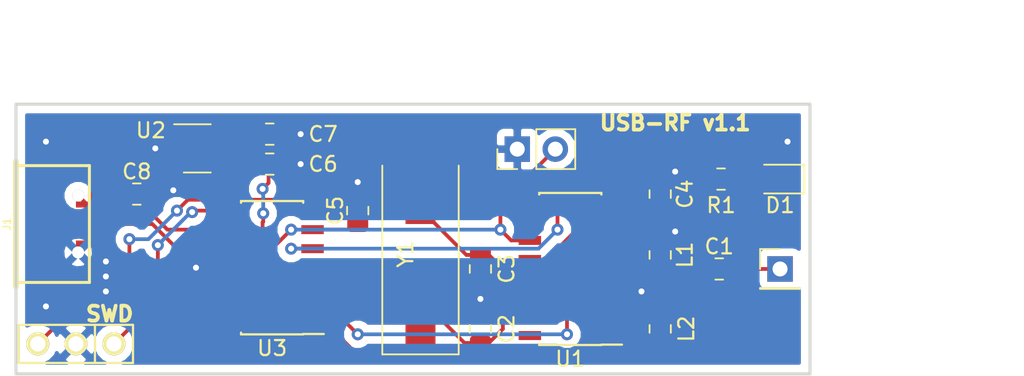
<source format=kicad_pcb>
(kicad_pcb (version 20171130) (host pcbnew 5.0.2-bee76a0~70~ubuntu16.04.1)

  (general
    (thickness 1.6)
    (drawings 8)
    (tracks 191)
    (zones 0)
    (modules 20)
    (nets 27)
  )

  (page A4)
  (layers
    (0 F.Cu signal)
    (31 B.Cu signal)
    (32 B.Adhes user)
    (33 F.Adhes user)
    (34 B.Paste user)
    (35 F.Paste user)
    (36 B.SilkS user)
    (37 F.SilkS user)
    (38 B.Mask user)
    (39 F.Mask user)
    (40 Dwgs.User user)
    (41 Cmts.User user)
    (42 Eco1.User user)
    (43 Eco2.User user)
    (44 Edge.Cuts user)
    (45 Margin user)
    (46 B.CrtYd user)
    (47 F.CrtYd user)
    (48 B.Fab user hide)
    (49 F.Fab user hide)
  )

  (setup
    (last_trace_width 0.25)
    (trace_clearance 0.2)
    (zone_clearance 0.508)
    (zone_45_only no)
    (trace_min 0.2)
    (segment_width 0.2)
    (edge_width 0.15)
    (via_size 0.8)
    (via_drill 0.4)
    (via_min_size 0.4)
    (via_min_drill 0.3)
    (uvia_size 0.3)
    (uvia_drill 0.1)
    (uvias_allowed no)
    (uvia_min_size 0.2)
    (uvia_min_drill 0.1)
    (pcb_text_width 0.3)
    (pcb_text_size 1.5 1.5)
    (mod_edge_width 0.15)
    (mod_text_size 1 1)
    (mod_text_width 0.15)
    (pad_size 1.524 1.524)
    (pad_drill 0.762)
    (pad_to_mask_clearance 0.051)
    (solder_mask_min_width 0.25)
    (aux_axis_origin 0 0)
    (visible_elements FFFFFF7F)
    (pcbplotparams
      (layerselection 0x010fc_ffffffff)
      (usegerberextensions false)
      (usegerberattributes false)
      (usegerberadvancedattributes false)
      (creategerberjobfile false)
      (excludeedgelayer true)
      (linewidth 0.100000)
      (plotframeref false)
      (viasonmask false)
      (mode 1)
      (useauxorigin false)
      (hpglpennumber 1)
      (hpglpenspeed 20)
      (hpglpendiameter 15.000000)
      (psnegative false)
      (psa4output false)
      (plotreference true)
      (plotvalue true)
      (plotinvisibletext false)
      (padsonsilk false)
      (subtractmaskfromsilk false)
      (outputformat 1)
      (mirror false)
      (drillshape 0)
      (scaleselection 1)
      (outputdirectory "gerber"))
  )

  (net 0 "")
  (net 1 GND)
  (net 2 +5V)
  (net 3 /USB_DM)
  (net 4 /USB_DP)
  (net 5 "Net-(J1-Pad4)")
  (net 6 /SWDIO)
  (net 7 /SWCLK)
  (net 8 /LED)
  (net 9 "Net-(D1-Pad2)")
  (net 10 "Net-(C6-Pad1)")
  (net 11 +3V3)
  (net 12 "Net-(L2-Pad1)")
  (net 13 "Net-(L2-Pad2)")
  (net 14 "Net-(C1-Pad1)")
  (net 15 /RF_CSB)
  (net 16 /RF_SDA)
  (net 17 /RF_SCL)
  (net 18 /RF_DATA)
  (net 19 "Net-(U1-Pad12)")
  (net 20 "Net-(C3-Pad1)")
  (net 21 "Net-(C2-Pad1)")
  (net 22 "Net-(U1-Pad16)")
  (net 23 "Net-(U3-Pad2)")
  (net 24 "Net-(U3-Pad3)")
  (net 25 "Net-(C5-Pad1)")
  (net 26 "Net-(AE1-Pad1)")

  (net_class Default "This is the default net class."
    (clearance 0.2)
    (trace_width 0.25)
    (via_dia 0.8)
    (via_drill 0.4)
    (uvia_dia 0.3)
    (uvia_drill 0.1)
    (add_net +3V3)
    (add_net +5V)
    (add_net /LED)
    (add_net /RF_CSB)
    (add_net /RF_DATA)
    (add_net /RF_SCL)
    (add_net /RF_SDA)
    (add_net /SWCLK)
    (add_net /SWDIO)
    (add_net /USB_DM)
    (add_net /USB_DP)
    (add_net GND)
    (add_net "Net-(AE1-Pad1)")
    (add_net "Net-(C1-Pad1)")
    (add_net "Net-(C2-Pad1)")
    (add_net "Net-(C3-Pad1)")
    (add_net "Net-(C5-Pad1)")
    (add_net "Net-(C6-Pad1)")
    (add_net "Net-(D1-Pad2)")
    (add_net "Net-(J1-Pad4)")
    (add_net "Net-(L2-Pad1)")
    (add_net "Net-(L2-Pad2)")
    (add_net "Net-(U1-Pad12)")
    (add_net "Net-(U1-Pad16)")
    (add_net "Net-(U3-Pad2)")
    (add_net "Net-(U3-Pad3)")
  )

  (module Package_SO:SOIC-14_3.9x8.7mm_P1.27mm (layer F.Cu) (tedit 5A02F2D3) (tstamp 5D4D2B95)
    (at 125.095 81.915 180)
    (descr "14-Lead Plastic Small Outline (SL) - Narrow, 3.90 mm Body [SOIC] (see Microchip Packaging Specification 00000049BS.pdf)")
    (tags "SOIC 1.27")
    (path /5D404DE2)
    (attr smd)
    (fp_text reference U3 (at 0 -5.375 180) (layer F.SilkS)
      (effects (font (size 1 1) (thickness 0.15)))
    )
    (fp_text value ATSAMD11C14A-SS (at 0 5.375 180) (layer F.Fab)
      (effects (font (size 1 1) (thickness 0.15)))
    )
    (fp_text user %R (at 0 0 180) (layer F.Fab)
      (effects (font (size 0.9 0.9) (thickness 0.135)))
    )
    (fp_line (start -0.95 -4.35) (end 1.95 -4.35) (layer F.Fab) (width 0.15))
    (fp_line (start 1.95 -4.35) (end 1.95 4.35) (layer F.Fab) (width 0.15))
    (fp_line (start 1.95 4.35) (end -1.95 4.35) (layer F.Fab) (width 0.15))
    (fp_line (start -1.95 4.35) (end -1.95 -3.35) (layer F.Fab) (width 0.15))
    (fp_line (start -1.95 -3.35) (end -0.95 -4.35) (layer F.Fab) (width 0.15))
    (fp_line (start -3.7 -4.65) (end -3.7 4.65) (layer F.CrtYd) (width 0.05))
    (fp_line (start 3.7 -4.65) (end 3.7 4.65) (layer F.CrtYd) (width 0.05))
    (fp_line (start -3.7 -4.65) (end 3.7 -4.65) (layer F.CrtYd) (width 0.05))
    (fp_line (start -3.7 4.65) (end 3.7 4.65) (layer F.CrtYd) (width 0.05))
    (fp_line (start -2.075 -4.45) (end -2.075 -4.425) (layer F.SilkS) (width 0.15))
    (fp_line (start 2.075 -4.45) (end 2.075 -4.335) (layer F.SilkS) (width 0.15))
    (fp_line (start 2.075 4.45) (end 2.075 4.335) (layer F.SilkS) (width 0.15))
    (fp_line (start -2.075 4.45) (end -2.075 4.335) (layer F.SilkS) (width 0.15))
    (fp_line (start -2.075 -4.45) (end 2.075 -4.45) (layer F.SilkS) (width 0.15))
    (fp_line (start -2.075 4.45) (end 2.075 4.45) (layer F.SilkS) (width 0.15))
    (fp_line (start -2.075 -4.425) (end -3.45 -4.425) (layer F.SilkS) (width 0.15))
    (pad 1 smd rect (at -2.7 -3.81 180) (size 1.5 0.6) (layers F.Cu F.Paste F.Mask)
      (net 8 /LED))
    (pad 2 smd rect (at -2.7 -2.54 180) (size 1.5 0.6) (layers F.Cu F.Paste F.Mask)
      (net 23 "Net-(U3-Pad2)"))
    (pad 3 smd rect (at -2.7 -1.27 180) (size 1.5 0.6) (layers F.Cu F.Paste F.Mask)
      (net 24 "Net-(U3-Pad3)"))
    (pad 4 smd rect (at -2.7 0 180) (size 1.5 0.6) (layers F.Cu F.Paste F.Mask)
      (net 16 /RF_SDA))
    (pad 5 smd rect (at -2.7 1.27 180) (size 1.5 0.6) (layers F.Cu F.Paste F.Mask)
      (net 17 /RF_SCL))
    (pad 6 smd rect (at -2.7 2.54 180) (size 1.5 0.6) (layers F.Cu F.Paste F.Mask)
      (net 25 "Net-(C5-Pad1)"))
    (pad 7 smd rect (at -2.7 3.81 180) (size 1.5 0.6) (layers F.Cu F.Paste F.Mask)
      (net 7 /SWCLK))
    (pad 8 smd rect (at 2.7 3.81 180) (size 1.5 0.6) (layers F.Cu F.Paste F.Mask)
      (net 6 /SWDIO))
    (pad 9 smd rect (at 2.7 2.54 180) (size 1.5 0.6) (layers F.Cu F.Paste F.Mask)
      (net 3 /USB_DM))
    (pad 10 smd rect (at 2.7 1.27 180) (size 1.5 0.6) (layers F.Cu F.Paste F.Mask)
      (net 4 /USB_DP))
    (pad 11 smd rect (at 2.7 0 180) (size 1.5 0.6) (layers F.Cu F.Paste F.Mask)
      (net 1 GND))
    (pad 12 smd rect (at 2.7 -1.27 180) (size 1.5 0.6) (layers F.Cu F.Paste F.Mask)
      (net 11 +3V3))
    (pad 13 smd rect (at 2.7 -2.54 180) (size 1.5 0.6) (layers F.Cu F.Paste F.Mask)
      (net 18 /RF_DATA))
    (pad 14 smd rect (at 2.7 -3.81 180) (size 1.5 0.6) (layers F.Cu F.Paste F.Mask)
      (net 15 /RF_CSB))
    (model ${KISYS3DMOD}/Package_SO.3dshapes/SOIC-14_3.9x8.7mm_P1.27mm.wrl
      (at (xyz 0 0 0))
      (scale (xyz 1 1 1))
      (rotate (xyz 0 0 0))
    )
  )

  (module Capacitor_SMD:C_0805_2012Metric (layer F.Cu) (tedit 5B36C52B) (tstamp 5CD44845)
    (at 154.9375 82)
    (descr "Capacitor SMD 0805 (2012 Metric), square (rectangular) end terminal, IPC_7351 nominal, (Body size source: https://docs.google.com/spreadsheets/d/1BsfQQcO9C6DZCsRaXUlFlo91Tg2WpOkGARC1WS5S8t0/edit?usp=sharing), generated with kicad-footprint-generator")
    (tags capacitor)
    (path /5CC7EB52)
    (attr smd)
    (fp_text reference C1 (at 0 -1.5) (layer F.SilkS)
      (effects (font (size 1 1) (thickness 0.15)))
    )
    (fp_text value 2.7p (at 0 1.65) (layer F.Fab)
      (effects (font (size 1 1) (thickness 0.15)))
    )
    (fp_text user %R (at 0 0) (layer F.Fab)
      (effects (font (size 0.5 0.5) (thickness 0.08)))
    )
    (fp_line (start 1.68 0.95) (end -1.68 0.95) (layer F.CrtYd) (width 0.05))
    (fp_line (start 1.68 -0.95) (end 1.68 0.95) (layer F.CrtYd) (width 0.05))
    (fp_line (start -1.68 -0.95) (end 1.68 -0.95) (layer F.CrtYd) (width 0.05))
    (fp_line (start -1.68 0.95) (end -1.68 -0.95) (layer F.CrtYd) (width 0.05))
    (fp_line (start -0.258578 0.71) (end 0.258578 0.71) (layer F.SilkS) (width 0.12))
    (fp_line (start -0.258578 -0.71) (end 0.258578 -0.71) (layer F.SilkS) (width 0.12))
    (fp_line (start 1 0.6) (end -1 0.6) (layer F.Fab) (width 0.1))
    (fp_line (start 1 -0.6) (end 1 0.6) (layer F.Fab) (width 0.1))
    (fp_line (start -1 -0.6) (end 1 -0.6) (layer F.Fab) (width 0.1))
    (fp_line (start -1 0.6) (end -1 -0.6) (layer F.Fab) (width 0.1))
    (pad 2 smd roundrect (at 0.9375 0) (size 0.975 1.4) (layers F.Cu F.Paste F.Mask) (roundrect_rratio 0.25)
      (net 26 "Net-(AE1-Pad1)"))
    (pad 1 smd roundrect (at -0.9375 0) (size 0.975 1.4) (layers F.Cu F.Paste F.Mask) (roundrect_rratio 0.25)
      (net 14 "Net-(C1-Pad1)"))
    (model ${KISYS3DMOD}/Capacitor_SMD.3dshapes/C_0805_2012Metric.wrl
      (at (xyz 0 0 0))
      (scale (xyz 1 1 1))
      (rotate (xyz 0 0 0))
    )
  )

  (module Capacitor_SMD:C_0805_2012Metric (layer F.Cu) (tedit 5B36C52B) (tstamp 5CD44834)
    (at 139 86 90)
    (descr "Capacitor SMD 0805 (2012 Metric), square (rectangular) end terminal, IPC_7351 nominal, (Body size source: https://docs.google.com/spreadsheets/d/1BsfQQcO9C6DZCsRaXUlFlo91Tg2WpOkGARC1WS5S8t0/edit?usp=sharing), generated with kicad-footprint-generator")
    (tags capacitor)
    (path /5CC7A97A)
    (attr smd)
    (fp_text reference C2 (at 0 1.75 90) (layer F.SilkS)
      (effects (font (size 1 1) (thickness 0.15)))
    )
    (fp_text value 27p (at 0 1.65 90) (layer F.Fab)
      (effects (font (size 1 1) (thickness 0.15)))
    )
    (fp_line (start -1 0.6) (end -1 -0.6) (layer F.Fab) (width 0.1))
    (fp_line (start -1 -0.6) (end 1 -0.6) (layer F.Fab) (width 0.1))
    (fp_line (start 1 -0.6) (end 1 0.6) (layer F.Fab) (width 0.1))
    (fp_line (start 1 0.6) (end -1 0.6) (layer F.Fab) (width 0.1))
    (fp_line (start -0.258578 -0.71) (end 0.258578 -0.71) (layer F.SilkS) (width 0.12))
    (fp_line (start -0.258578 0.71) (end 0.258578 0.71) (layer F.SilkS) (width 0.12))
    (fp_line (start -1.68 0.95) (end -1.68 -0.95) (layer F.CrtYd) (width 0.05))
    (fp_line (start -1.68 -0.95) (end 1.68 -0.95) (layer F.CrtYd) (width 0.05))
    (fp_line (start 1.68 -0.95) (end 1.68 0.95) (layer F.CrtYd) (width 0.05))
    (fp_line (start 1.68 0.95) (end -1.68 0.95) (layer F.CrtYd) (width 0.05))
    (fp_text user %R (at 0 0 90) (layer F.Fab)
      (effects (font (size 0.5 0.5) (thickness 0.08)))
    )
    (pad 1 smd roundrect (at -0.9375 0 90) (size 0.975 1.4) (layers F.Cu F.Paste F.Mask) (roundrect_rratio 0.25)
      (net 21 "Net-(C2-Pad1)"))
    (pad 2 smd roundrect (at 0.9375 0 90) (size 0.975 1.4) (layers F.Cu F.Paste F.Mask) (roundrect_rratio 0.25)
      (net 1 GND))
    (model ${KISYS3DMOD}/Capacitor_SMD.3dshapes/C_0805_2012Metric.wrl
      (at (xyz 0 0 0))
      (scale (xyz 1 1 1))
      (rotate (xyz 0 0 0))
    )
  )

  (module Capacitor_SMD:C_0805_2012Metric (layer F.Cu) (tedit 5B36C52B) (tstamp 5CD44823)
    (at 139 82 270)
    (descr "Capacitor SMD 0805 (2012 Metric), square (rectangular) end terminal, IPC_7351 nominal, (Body size source: https://docs.google.com/spreadsheets/d/1BsfQQcO9C6DZCsRaXUlFlo91Tg2WpOkGARC1WS5S8t0/edit?usp=sharing), generated with kicad-footprint-generator")
    (tags capacitor)
    (path /5CC7ABBB)
    (attr smd)
    (fp_text reference C3 (at 0 -1.75 270) (layer F.SilkS)
      (effects (font (size 1 1) (thickness 0.15)))
    )
    (fp_text value 27p (at 0 1.65 270) (layer F.Fab)
      (effects (font (size 1 1) (thickness 0.15)))
    )
    (fp_text user %R (at 0 0 270) (layer F.Fab)
      (effects (font (size 0.5 0.5) (thickness 0.08)))
    )
    (fp_line (start 1.68 0.95) (end -1.68 0.95) (layer F.CrtYd) (width 0.05))
    (fp_line (start 1.68 -0.95) (end 1.68 0.95) (layer F.CrtYd) (width 0.05))
    (fp_line (start -1.68 -0.95) (end 1.68 -0.95) (layer F.CrtYd) (width 0.05))
    (fp_line (start -1.68 0.95) (end -1.68 -0.95) (layer F.CrtYd) (width 0.05))
    (fp_line (start -0.258578 0.71) (end 0.258578 0.71) (layer F.SilkS) (width 0.12))
    (fp_line (start -0.258578 -0.71) (end 0.258578 -0.71) (layer F.SilkS) (width 0.12))
    (fp_line (start 1 0.6) (end -1 0.6) (layer F.Fab) (width 0.1))
    (fp_line (start 1 -0.6) (end 1 0.6) (layer F.Fab) (width 0.1))
    (fp_line (start -1 -0.6) (end 1 -0.6) (layer F.Fab) (width 0.1))
    (fp_line (start -1 0.6) (end -1 -0.6) (layer F.Fab) (width 0.1))
    (pad 2 smd roundrect (at 0.9375 0 270) (size 0.975 1.4) (layers F.Cu F.Paste F.Mask) (roundrect_rratio 0.25)
      (net 1 GND))
    (pad 1 smd roundrect (at -0.9375 0 270) (size 0.975 1.4) (layers F.Cu F.Paste F.Mask) (roundrect_rratio 0.25)
      (net 20 "Net-(C3-Pad1)"))
    (model ${KISYS3DMOD}/Capacitor_SMD.3dshapes/C_0805_2012Metric.wrl
      (at (xyz 0 0 0))
      (scale (xyz 1 1 1))
      (rotate (xyz 0 0 0))
    )
  )

  (module Capacitor_SMD:C_0805_2012Metric (layer F.Cu) (tedit 5B36C52B) (tstamp 5CD44812)
    (at 151 77 270)
    (descr "Capacitor SMD 0805 (2012 Metric), square (rectangular) end terminal, IPC_7351 nominal, (Body size source: https://docs.google.com/spreadsheets/d/1BsfQQcO9C6DZCsRaXUlFlo91Tg2WpOkGARC1WS5S8t0/edit?usp=sharing), generated with kicad-footprint-generator")
    (tags capacitor)
    (path /5CC7DA69)
    (attr smd)
    (fp_text reference C4 (at 0 -1.65 270) (layer F.SilkS)
      (effects (font (size 1 1) (thickness 0.15)))
    )
    (fp_text value 100n (at 0 1.65 270) (layer F.Fab)
      (effects (font (size 1 1) (thickness 0.15)))
    )
    (fp_line (start -1 0.6) (end -1 -0.6) (layer F.Fab) (width 0.1))
    (fp_line (start -1 -0.6) (end 1 -0.6) (layer F.Fab) (width 0.1))
    (fp_line (start 1 -0.6) (end 1 0.6) (layer F.Fab) (width 0.1))
    (fp_line (start 1 0.6) (end -1 0.6) (layer F.Fab) (width 0.1))
    (fp_line (start -0.258578 -0.71) (end 0.258578 -0.71) (layer F.SilkS) (width 0.12))
    (fp_line (start -0.258578 0.71) (end 0.258578 0.71) (layer F.SilkS) (width 0.12))
    (fp_line (start -1.68 0.95) (end -1.68 -0.95) (layer F.CrtYd) (width 0.05))
    (fp_line (start -1.68 -0.95) (end 1.68 -0.95) (layer F.CrtYd) (width 0.05))
    (fp_line (start 1.68 -0.95) (end 1.68 0.95) (layer F.CrtYd) (width 0.05))
    (fp_line (start 1.68 0.95) (end -1.68 0.95) (layer F.CrtYd) (width 0.05))
    (fp_text user %R (at 0 0 270) (layer F.Fab)
      (effects (font (size 0.5 0.5) (thickness 0.08)))
    )
    (pad 1 smd roundrect (at -0.9375 0 270) (size 0.975 1.4) (layers F.Cu F.Paste F.Mask) (roundrect_rratio 0.25)
      (net 1 GND))
    (pad 2 smd roundrect (at 0.9375 0 270) (size 0.975 1.4) (layers F.Cu F.Paste F.Mask) (roundrect_rratio 0.25)
      (net 11 +3V3))
    (model ${KISYS3DMOD}/Capacitor_SMD.3dshapes/C_0805_2012Metric.wrl
      (at (xyz 0 0 0))
      (scale (xyz 1 1 1))
      (rotate (xyz 0 0 0))
    )
  )

  (module Capacitor_SMD:C_0805_2012Metric (layer F.Cu) (tedit 5B36C52B) (tstamp 5CD44801)
    (at 130.81 78.105 90)
    (descr "Capacitor SMD 0805 (2012 Metric), square (rectangular) end terminal, IPC_7351 nominal, (Body size source: https://docs.google.com/spreadsheets/d/1BsfQQcO9C6DZCsRaXUlFlo91Tg2WpOkGARC1WS5S8t0/edit?usp=sharing), generated with kicad-footprint-generator")
    (tags capacitor)
    (path /5B730B31)
    (attr smd)
    (fp_text reference C5 (at 0 -1.5 90) (layer F.SilkS)
      (effects (font (size 1 1) (thickness 0.15)))
    )
    (fp_text value 100n (at 0 1.65 90) (layer F.Fab)
      (effects (font (size 1 1) (thickness 0.15)))
    )
    (fp_text user %R (at 0 0 90) (layer F.Fab)
      (effects (font (size 0.5 0.5) (thickness 0.08)))
    )
    (fp_line (start 1.68 0.95) (end -1.68 0.95) (layer F.CrtYd) (width 0.05))
    (fp_line (start 1.68 -0.95) (end 1.68 0.95) (layer F.CrtYd) (width 0.05))
    (fp_line (start -1.68 -0.95) (end 1.68 -0.95) (layer F.CrtYd) (width 0.05))
    (fp_line (start -1.68 0.95) (end -1.68 -0.95) (layer F.CrtYd) (width 0.05))
    (fp_line (start -0.258578 0.71) (end 0.258578 0.71) (layer F.SilkS) (width 0.12))
    (fp_line (start -0.258578 -0.71) (end 0.258578 -0.71) (layer F.SilkS) (width 0.12))
    (fp_line (start 1 0.6) (end -1 0.6) (layer F.Fab) (width 0.1))
    (fp_line (start 1 -0.6) (end 1 0.6) (layer F.Fab) (width 0.1))
    (fp_line (start -1 -0.6) (end 1 -0.6) (layer F.Fab) (width 0.1))
    (fp_line (start -1 0.6) (end -1 -0.6) (layer F.Fab) (width 0.1))
    (pad 2 smd roundrect (at 0.9375 0 90) (size 0.975 1.4) (layers F.Cu F.Paste F.Mask) (roundrect_rratio 0.25)
      (net 1 GND))
    (pad 1 smd roundrect (at -0.9375 0 90) (size 0.975 1.4) (layers F.Cu F.Paste F.Mask) (roundrect_rratio 0.25)
      (net 25 "Net-(C5-Pad1)"))
    (model ${KISYS3DMOD}/Capacitor_SMD.3dshapes/C_0805_2012Metric.wrl
      (at (xyz 0 0 0))
      (scale (xyz 1 1 1))
      (rotate (xyz 0 0 0))
    )
  )

  (module Capacitor_SMD:C_0805_2012Metric (layer F.Cu) (tedit 5B36C52B) (tstamp 5CD447F0)
    (at 124.9375 75)
    (descr "Capacitor SMD 0805 (2012 Metric), square (rectangular) end terminal, IPC_7351 nominal, (Body size source: https://docs.google.com/spreadsheets/d/1BsfQQcO9C6DZCsRaXUlFlo91Tg2WpOkGARC1WS5S8t0/edit?usp=sharing), generated with kicad-footprint-generator")
    (tags capacitor)
    (path /5CC70C57)
    (attr smd)
    (fp_text reference C6 (at 3.5625 0) (layer F.SilkS)
      (effects (font (size 1 1) (thickness 0.15)))
    )
    (fp_text value 10n (at 0 1.65) (layer F.Fab)
      (effects (font (size 1 1) (thickness 0.15)))
    )
    (fp_line (start -1 0.6) (end -1 -0.6) (layer F.Fab) (width 0.1))
    (fp_line (start -1 -0.6) (end 1 -0.6) (layer F.Fab) (width 0.1))
    (fp_line (start 1 -0.6) (end 1 0.6) (layer F.Fab) (width 0.1))
    (fp_line (start 1 0.6) (end -1 0.6) (layer F.Fab) (width 0.1))
    (fp_line (start -0.258578 -0.71) (end 0.258578 -0.71) (layer F.SilkS) (width 0.12))
    (fp_line (start -0.258578 0.71) (end 0.258578 0.71) (layer F.SilkS) (width 0.12))
    (fp_line (start -1.68 0.95) (end -1.68 -0.95) (layer F.CrtYd) (width 0.05))
    (fp_line (start -1.68 -0.95) (end 1.68 -0.95) (layer F.CrtYd) (width 0.05))
    (fp_line (start 1.68 -0.95) (end 1.68 0.95) (layer F.CrtYd) (width 0.05))
    (fp_line (start 1.68 0.95) (end -1.68 0.95) (layer F.CrtYd) (width 0.05))
    (fp_text user %R (at 0 0) (layer F.Fab)
      (effects (font (size 0.5 0.5) (thickness 0.08)))
    )
    (pad 1 smd roundrect (at -0.9375 0) (size 0.975 1.4) (layers F.Cu F.Paste F.Mask) (roundrect_rratio 0.25)
      (net 10 "Net-(C6-Pad1)"))
    (pad 2 smd roundrect (at 0.9375 0) (size 0.975 1.4) (layers F.Cu F.Paste F.Mask) (roundrect_rratio 0.25)
      (net 1 GND))
    (model ${KISYS3DMOD}/Capacitor_SMD.3dshapes/C_0805_2012Metric.wrl
      (at (xyz 0 0 0))
      (scale (xyz 1 1 1))
      (rotate (xyz 0 0 0))
    )
  )

  (module Capacitor_SMD:C_0805_2012Metric (layer F.Cu) (tedit 5B36C52B) (tstamp 5CD447DF)
    (at 124.9375 73)
    (descr "Capacitor SMD 0805 (2012 Metric), square (rectangular) end terminal, IPC_7351 nominal, (Body size source: https://docs.google.com/spreadsheets/d/1BsfQQcO9C6DZCsRaXUlFlo91Tg2WpOkGARC1WS5S8t0/edit?usp=sharing), generated with kicad-footprint-generator")
    (tags capacitor)
    (path /5B731D86)
    (attr smd)
    (fp_text reference C7 (at 3.5625 0) (layer F.SilkS)
      (effects (font (size 1 1) (thickness 0.15)))
    )
    (fp_text value 1u (at 0 1.65) (layer F.Fab)
      (effects (font (size 1 1) (thickness 0.15)))
    )
    (fp_text user %R (at 0 0) (layer F.Fab)
      (effects (font (size 0.5 0.5) (thickness 0.08)))
    )
    (fp_line (start 1.68 0.95) (end -1.68 0.95) (layer F.CrtYd) (width 0.05))
    (fp_line (start 1.68 -0.95) (end 1.68 0.95) (layer F.CrtYd) (width 0.05))
    (fp_line (start -1.68 -0.95) (end 1.68 -0.95) (layer F.CrtYd) (width 0.05))
    (fp_line (start -1.68 0.95) (end -1.68 -0.95) (layer F.CrtYd) (width 0.05))
    (fp_line (start -0.258578 0.71) (end 0.258578 0.71) (layer F.SilkS) (width 0.12))
    (fp_line (start -0.258578 -0.71) (end 0.258578 -0.71) (layer F.SilkS) (width 0.12))
    (fp_line (start 1 0.6) (end -1 0.6) (layer F.Fab) (width 0.1))
    (fp_line (start 1 -0.6) (end 1 0.6) (layer F.Fab) (width 0.1))
    (fp_line (start -1 -0.6) (end 1 -0.6) (layer F.Fab) (width 0.1))
    (fp_line (start -1 0.6) (end -1 -0.6) (layer F.Fab) (width 0.1))
    (pad 2 smd roundrect (at 0.9375 0) (size 0.975 1.4) (layers F.Cu F.Paste F.Mask) (roundrect_rratio 0.25)
      (net 1 GND))
    (pad 1 smd roundrect (at -0.9375 0) (size 0.975 1.4) (layers F.Cu F.Paste F.Mask) (roundrect_rratio 0.25)
      (net 11 +3V3))
    (model ${KISYS3DMOD}/Capacitor_SMD.3dshapes/C_0805_2012Metric.wrl
      (at (xyz 0 0 0))
      (scale (xyz 1 1 1))
      (rotate (xyz 0 0 0))
    )
  )

  (module Capacitor_SMD:C_0805_2012Metric (layer F.Cu) (tedit 5B36C52B) (tstamp 5CD447CE)
    (at 116.0625 77)
    (descr "Capacitor SMD 0805 (2012 Metric), square (rectangular) end terminal, IPC_7351 nominal, (Body size source: https://docs.google.com/spreadsheets/d/1BsfQQcO9C6DZCsRaXUlFlo91Tg2WpOkGARC1WS5S8t0/edit?usp=sharing), generated with kicad-footprint-generator")
    (tags capacitor)
    (path /5B72E37D)
    (attr smd)
    (fp_text reference C8 (at 0 -1.5) (layer F.SilkS)
      (effects (font (size 1 1) (thickness 0.15)))
    )
    (fp_text value 100n (at 0 1.65) (layer F.Fab)
      (effects (font (size 1 1) (thickness 0.15)))
    )
    (fp_line (start -1 0.6) (end -1 -0.6) (layer F.Fab) (width 0.1))
    (fp_line (start -1 -0.6) (end 1 -0.6) (layer F.Fab) (width 0.1))
    (fp_line (start 1 -0.6) (end 1 0.6) (layer F.Fab) (width 0.1))
    (fp_line (start 1 0.6) (end -1 0.6) (layer F.Fab) (width 0.1))
    (fp_line (start -0.258578 -0.71) (end 0.258578 -0.71) (layer F.SilkS) (width 0.12))
    (fp_line (start -0.258578 0.71) (end 0.258578 0.71) (layer F.SilkS) (width 0.12))
    (fp_line (start -1.68 0.95) (end -1.68 -0.95) (layer F.CrtYd) (width 0.05))
    (fp_line (start -1.68 -0.95) (end 1.68 -0.95) (layer F.CrtYd) (width 0.05))
    (fp_line (start 1.68 -0.95) (end 1.68 0.95) (layer F.CrtYd) (width 0.05))
    (fp_line (start 1.68 0.95) (end -1.68 0.95) (layer F.CrtYd) (width 0.05))
    (fp_text user %R (at 0 0) (layer F.Fab)
      (effects (font (size 0.5 0.5) (thickness 0.08)))
    )
    (pad 1 smd roundrect (at -0.9375 0) (size 0.975 1.4) (layers F.Cu F.Paste F.Mask) (roundrect_rratio 0.25)
      (net 11 +3V3))
    (pad 2 smd roundrect (at 0.9375 0) (size 0.975 1.4) (layers F.Cu F.Paste F.Mask) (roundrect_rratio 0.25)
      (net 1 GND))
    (model ${KISYS3DMOD}/Capacitor_SMD.3dshapes/C_0805_2012Metric.wrl
      (at (xyz 0 0 0))
      (scale (xyz 1 1 1))
      (rotate (xyz 0 0 0))
    )
  )

  (module Connector_PinHeader_2.54mm:PinHeader_1x01_P2.54mm_Vertical (layer F.Cu) (tedit 5CCAC482) (tstamp 5CD4479B)
    (at 159 82)
    (descr "Through hole straight pin header, 1x01, 2.54mm pitch, single row")
    (tags "Through hole pin header THT 1x01 2.54mm single row")
    (path /5CC7FFAE)
    (fp_text reference AE1 (at 0 -2.33) (layer F.SilkS) hide
      (effects (font (size 1 1) (thickness 0.15)))
    )
    (fp_text value Antenna (at 0 2.33) (layer F.Fab)
      (effects (font (size 1 1) (thickness 0.15)))
    )
    (fp_line (start -0.635 -1.27) (end 1.27 -1.27) (layer F.Fab) (width 0.1))
    (fp_line (start 1.27 -1.27) (end 1.27 1.27) (layer F.Fab) (width 0.1))
    (fp_line (start 1.27 1.27) (end -1.27 1.27) (layer F.Fab) (width 0.1))
    (fp_line (start -1.27 1.27) (end -1.27 -0.635) (layer F.Fab) (width 0.1))
    (fp_line (start -1.27 -0.635) (end -0.635 -1.27) (layer F.Fab) (width 0.1))
    (fp_line (start -1.33 1.33) (end 1.33 1.33) (layer F.SilkS) (width 0.12))
    (fp_line (start -1.33 1.27) (end -1.33 1.33) (layer F.SilkS) (width 0.12))
    (fp_line (start 1.33 1.27) (end 1.33 1.33) (layer F.SilkS) (width 0.12))
    (fp_line (start -1.33 1.27) (end 1.33 1.27) (layer F.SilkS) (width 0.12))
    (fp_line (start -1.33 0) (end -1.33 -1.33) (layer F.SilkS) (width 0.12))
    (fp_line (start -1.33 -1.33) (end 0 -1.33) (layer F.SilkS) (width 0.12))
    (fp_line (start -1.8 -1.8) (end -1.8 1.8) (layer F.CrtYd) (width 0.05))
    (fp_line (start -1.8 1.8) (end 1.8 1.8) (layer F.CrtYd) (width 0.05))
    (fp_line (start 1.8 1.8) (end 1.8 -1.8) (layer F.CrtYd) (width 0.05))
    (fp_line (start 1.8 -1.8) (end -1.8 -1.8) (layer F.CrtYd) (width 0.05))
    (fp_text user %R (at 0 0 90) (layer F.Fab)
      (effects (font (size 1 1) (thickness 0.15)))
    )
    (pad 1 thru_hole rect (at 0 0) (size 1.7 1.7) (drill 1) (layers *.Cu *.Mask)
      (net 26 "Net-(AE1-Pad1)"))
    (model ${KISYS3DMOD}/Connector_PinHeader_2.54mm.3dshapes/PinHeader_1x01_P2.54mm_Vertical.wrl
      (at (xyz 0 0 0))
      (scale (xyz 1 1 1))
      (rotate (xyz 0 0 0))
    )
  )

  (module Connector_PinHeader_2.54mm:PinHeader_1x02_P2.54mm_Vertical (layer F.Cu) (tedit 5CCAC467) (tstamp 5CCAF0AD)
    (at 141.46 74 90)
    (descr "Through hole straight pin header, 1x02, 2.54mm pitch, single row")
    (tags "Through hole pin header THT 1x02 2.54mm single row")
    (path /5CC85DE4)
    (fp_text reference TP1 (at 0 -2.33 90) (layer F.SilkS) hide
      (effects (font (size 1 1) (thickness 0.15)))
    )
    (fp_text value TestPoint_2Pole (at 0 4.87 90) (layer F.Fab)
      (effects (font (size 1 1) (thickness 0.15)))
    )
    (fp_line (start -0.635 -1.27) (end 1.27 -1.27) (layer F.Fab) (width 0.1))
    (fp_line (start 1.27 -1.27) (end 1.27 3.81) (layer F.Fab) (width 0.1))
    (fp_line (start 1.27 3.81) (end -1.27 3.81) (layer F.Fab) (width 0.1))
    (fp_line (start -1.27 3.81) (end -1.27 -0.635) (layer F.Fab) (width 0.1))
    (fp_line (start -1.27 -0.635) (end -0.635 -1.27) (layer F.Fab) (width 0.1))
    (fp_line (start -1.33 3.87) (end 1.33 3.87) (layer F.SilkS) (width 0.12))
    (fp_line (start -1.33 1.27) (end -1.33 3.87) (layer F.SilkS) (width 0.12))
    (fp_line (start 1.33 1.27) (end 1.33 3.87) (layer F.SilkS) (width 0.12))
    (fp_line (start -1.33 1.27) (end 1.33 1.27) (layer F.SilkS) (width 0.12))
    (fp_line (start -1.33 0) (end -1.33 -1.33) (layer F.SilkS) (width 0.12))
    (fp_line (start -1.33 -1.33) (end 0 -1.33) (layer F.SilkS) (width 0.12))
    (fp_line (start -1.8 -1.8) (end -1.8 4.35) (layer F.CrtYd) (width 0.05))
    (fp_line (start -1.8 4.35) (end 1.8 4.35) (layer F.CrtYd) (width 0.05))
    (fp_line (start 1.8 4.35) (end 1.8 -1.8) (layer F.CrtYd) (width 0.05))
    (fp_line (start 1.8 -1.8) (end -1.8 -1.8) (layer F.CrtYd) (width 0.05))
    (fp_text user %R (at 0 1.27 180) (layer F.Fab)
      (effects (font (size 1 1) (thickness 0.15)))
    )
    (pad 1 thru_hole rect (at 0 0 90) (size 1.7 1.7) (drill 1) (layers *.Cu *.Mask)
      (net 1 GND))
    (pad 2 thru_hole oval (at 0 2.54 90) (size 1.7 1.7) (drill 1) (layers *.Cu *.Mask)
      (net 18 /RF_DATA))
    (model ${KISYS3DMOD}/Connector_PinHeader_2.54mm.3dshapes/PinHeader_1x02_P2.54mm_Vertical.wrl
      (at (xyz 0 0 0))
      (scale (xyz 1 1 1))
      (rotate (xyz 0 0 0))
    )
  )

  (module Crystal:Crystal_SMD_HC49-SD (layer F.Cu) (tedit 5A1AD52C) (tstamp 5CD44770)
    (at 135 81 90)
    (descr "SMD Crystal HC-49-SD http://cdn-reichelt.de/documents/datenblatt/B400/xxx-HC49-SMD.pdf, 11.4x4.7mm^2 package")
    (tags "SMD SMT crystal")
    (path /5CC7985E)
    (attr smd)
    (fp_text reference Y1 (at 0 -1 90) (layer F.SilkS)
      (effects (font (size 1 1) (thickness 0.15)))
    )
    (fp_text value 26MHz (at 0 3.55 90) (layer F.Fab)
      (effects (font (size 1 1) (thickness 0.15)))
    )
    (fp_text user %R (at 0 0 90) (layer F.Fab)
      (effects (font (size 1 1) (thickness 0.15)))
    )
    (fp_line (start -5.7 -2.35) (end -5.7 2.35) (layer F.Fab) (width 0.1))
    (fp_line (start -5.7 2.35) (end 5.7 2.35) (layer F.Fab) (width 0.1))
    (fp_line (start 5.7 2.35) (end 5.7 -2.35) (layer F.Fab) (width 0.1))
    (fp_line (start 5.7 -2.35) (end -5.7 -2.35) (layer F.Fab) (width 0.1))
    (fp_line (start -3.015 -2.115) (end 3.015 -2.115) (layer F.Fab) (width 0.1))
    (fp_line (start -3.015 2.115) (end 3.015 2.115) (layer F.Fab) (width 0.1))
    (fp_line (start 5.9 -2.55) (end -6.7 -2.55) (layer F.SilkS) (width 0.12))
    (fp_line (start -6.7 -2.55) (end -6.7 2.55) (layer F.SilkS) (width 0.12))
    (fp_line (start -6.7 2.55) (end 5.9 2.55) (layer F.SilkS) (width 0.12))
    (fp_line (start -6.8 -2.6) (end -6.8 2.6) (layer F.CrtYd) (width 0.05))
    (fp_line (start -6.8 2.6) (end 6.8 2.6) (layer F.CrtYd) (width 0.05))
    (fp_line (start 6.8 2.6) (end 6.8 -2.6) (layer F.CrtYd) (width 0.05))
    (fp_line (start 6.8 -2.6) (end -6.8 -2.6) (layer F.CrtYd) (width 0.05))
    (fp_arc (start -3.015 0) (end -3.015 -2.115) (angle -180) (layer F.Fab) (width 0.1))
    (fp_arc (start 3.015 0) (end 3.015 -2.115) (angle 180) (layer F.Fab) (width 0.1))
    (pad 1 smd rect (at -4.25 0 90) (size 4.5 2) (layers F.Cu F.Paste F.Mask)
      (net 21 "Net-(C2-Pad1)"))
    (pad 2 smd rect (at 4.25 0 90) (size 4.5 2) (layers F.Cu F.Paste F.Mask)
      (net 20 "Net-(C3-Pad1)"))
    (model ${KISYS3DMOD}/Crystal.3dshapes/Crystal_SMD_HC49-SD.wrl
      (at (xyz 0 0 0))
      (scale (xyz 1 1 1))
      (rotate (xyz 0 0 0))
    )
  )

  (module Inductor_SMD:L_0805_2012Metric (layer F.Cu) (tedit 5B36C52B) (tstamp 5CD4475A)
    (at 151 81.0625 270)
    (descr "Inductor SMD 0805 (2012 Metric), square (rectangular) end terminal, IPC_7351 nominal, (Body size source: https://docs.google.com/spreadsheets/d/1BsfQQcO9C6DZCsRaXUlFlo91Tg2WpOkGARC1WS5S8t0/edit?usp=sharing), generated with kicad-footprint-generator")
    (tags inductor)
    (path /5CC7E86A)
    (attr smd)
    (fp_text reference L1 (at 0 -1.65 270) (layer F.SilkS)
      (effects (font (size 1 1) (thickness 0.15)))
    )
    (fp_text value 33nH (at 0 1.65 270) (layer F.Fab)
      (effects (font (size 1 1) (thickness 0.15)))
    )
    (fp_text user %R (at 0 0 270) (layer F.Fab)
      (effects (font (size 0.5 0.5) (thickness 0.08)))
    )
    (fp_line (start 1.68 0.95) (end -1.68 0.95) (layer F.CrtYd) (width 0.05))
    (fp_line (start 1.68 -0.95) (end 1.68 0.95) (layer F.CrtYd) (width 0.05))
    (fp_line (start -1.68 -0.95) (end 1.68 -0.95) (layer F.CrtYd) (width 0.05))
    (fp_line (start -1.68 0.95) (end -1.68 -0.95) (layer F.CrtYd) (width 0.05))
    (fp_line (start -0.258578 0.71) (end 0.258578 0.71) (layer F.SilkS) (width 0.12))
    (fp_line (start -0.258578 -0.71) (end 0.258578 -0.71) (layer F.SilkS) (width 0.12))
    (fp_line (start 1 0.6) (end -1 0.6) (layer F.Fab) (width 0.1))
    (fp_line (start 1 -0.6) (end 1 0.6) (layer F.Fab) (width 0.1))
    (fp_line (start -1 -0.6) (end 1 -0.6) (layer F.Fab) (width 0.1))
    (fp_line (start -1 0.6) (end -1 -0.6) (layer F.Fab) (width 0.1))
    (pad 2 smd roundrect (at 0.9375 0 270) (size 0.975 1.4) (layers F.Cu F.Paste F.Mask) (roundrect_rratio 0.25)
      (net 14 "Net-(C1-Pad1)"))
    (pad 1 smd roundrect (at -0.9375 0 270) (size 0.975 1.4) (layers F.Cu F.Paste F.Mask) (roundrect_rratio 0.25)
      (net 1 GND))
    (model ${KISYS3DMOD}/Inductor_SMD.3dshapes/L_0805_2012Metric.wrl
      (at (xyz 0 0 0))
      (scale (xyz 1 1 1))
      (rotate (xyz 0 0 0))
    )
  )

  (module Inductor_SMD:L_0805_2012Metric (layer F.Cu) (tedit 5B36C52B) (tstamp 5CD44749)
    (at 151 86 90)
    (descr "Inductor SMD 0805 (2012 Metric), square (rectangular) end terminal, IPC_7351 nominal, (Body size source: https://docs.google.com/spreadsheets/d/1BsfQQcO9C6DZCsRaXUlFlo91Tg2WpOkGARC1WS5S8t0/edit?usp=sharing), generated with kicad-footprint-generator")
    (tags inductor)
    (path /5CC79634)
    (attr smd)
    (fp_text reference L2 (at 0 1.75 90) (layer F.SilkS)
      (effects (font (size 1 1) (thickness 0.15)))
    )
    (fp_text value 15nH (at 0 1.65 90) (layer F.Fab)
      (effects (font (size 1 1) (thickness 0.15)))
    )
    (fp_line (start -1 0.6) (end -1 -0.6) (layer F.Fab) (width 0.1))
    (fp_line (start -1 -0.6) (end 1 -0.6) (layer F.Fab) (width 0.1))
    (fp_line (start 1 -0.6) (end 1 0.6) (layer F.Fab) (width 0.1))
    (fp_line (start 1 0.6) (end -1 0.6) (layer F.Fab) (width 0.1))
    (fp_line (start -0.258578 -0.71) (end 0.258578 -0.71) (layer F.SilkS) (width 0.12))
    (fp_line (start -0.258578 0.71) (end 0.258578 0.71) (layer F.SilkS) (width 0.12))
    (fp_line (start -1.68 0.95) (end -1.68 -0.95) (layer F.CrtYd) (width 0.05))
    (fp_line (start -1.68 -0.95) (end 1.68 -0.95) (layer F.CrtYd) (width 0.05))
    (fp_line (start 1.68 -0.95) (end 1.68 0.95) (layer F.CrtYd) (width 0.05))
    (fp_line (start 1.68 0.95) (end -1.68 0.95) (layer F.CrtYd) (width 0.05))
    (fp_text user %R (at 0 0 90) (layer F.Fab)
      (effects (font (size 0.5 0.5) (thickness 0.08)))
    )
    (pad 1 smd roundrect (at -0.9375 0 90) (size 0.975 1.4) (layers F.Cu F.Paste F.Mask) (roundrect_rratio 0.25)
      (net 12 "Net-(L2-Pad1)"))
    (pad 2 smd roundrect (at 0.9375 0 90) (size 0.975 1.4) (layers F.Cu F.Paste F.Mask) (roundrect_rratio 0.25)
      (net 13 "Net-(L2-Pad2)"))
    (model ${KISYS3DMOD}/Inductor_SMD.3dshapes/L_0805_2012Metric.wrl
      (at (xyz 0 0 0))
      (scale (xyz 1 1 1))
      (rotate (xyz 0 0 0))
    )
  )

  (module LED_SMD:LED_0805_2012Metric (layer F.Cu) (tedit 5B36C52C) (tstamp 5CD44738)
    (at 158.9375 76 180)
    (descr "LED SMD 0805 (2012 Metric), square (rectangular) end terminal, IPC_7351 nominal, (Body size source: https://docs.google.com/spreadsheets/d/1BsfQQcO9C6DZCsRaXUlFlo91Tg2WpOkGARC1WS5S8t0/edit?usp=sharing), generated with kicad-footprint-generator")
    (tags diode)
    (path /5B730BFC)
    (attr smd)
    (fp_text reference D1 (at -0.0625 -1.75 180) (layer F.SilkS)
      (effects (font (size 1 1) (thickness 0.15)))
    )
    (fp_text value LED (at 0 1.65 180) (layer F.Fab)
      (effects (font (size 1 1) (thickness 0.15)))
    )
    (fp_line (start 1 -0.6) (end -0.7 -0.6) (layer F.Fab) (width 0.1))
    (fp_line (start -0.7 -0.6) (end -1 -0.3) (layer F.Fab) (width 0.1))
    (fp_line (start -1 -0.3) (end -1 0.6) (layer F.Fab) (width 0.1))
    (fp_line (start -1 0.6) (end 1 0.6) (layer F.Fab) (width 0.1))
    (fp_line (start 1 0.6) (end 1 -0.6) (layer F.Fab) (width 0.1))
    (fp_line (start 1 -0.96) (end -1.685 -0.96) (layer F.SilkS) (width 0.12))
    (fp_line (start -1.685 -0.96) (end -1.685 0.96) (layer F.SilkS) (width 0.12))
    (fp_line (start -1.685 0.96) (end 1 0.96) (layer F.SilkS) (width 0.12))
    (fp_line (start -1.68 0.95) (end -1.68 -0.95) (layer F.CrtYd) (width 0.05))
    (fp_line (start -1.68 -0.95) (end 1.68 -0.95) (layer F.CrtYd) (width 0.05))
    (fp_line (start 1.68 -0.95) (end 1.68 0.95) (layer F.CrtYd) (width 0.05))
    (fp_line (start 1.68 0.95) (end -1.68 0.95) (layer F.CrtYd) (width 0.05))
    (fp_text user %R (at 0 0 180) (layer F.Fab)
      (effects (font (size 0.5 0.5) (thickness 0.08)))
    )
    (pad 1 smd roundrect (at -0.9375 0 180) (size 0.975 1.4) (layers F.Cu F.Paste F.Mask) (roundrect_rratio 0.25)
      (net 1 GND))
    (pad 2 smd roundrect (at 0.9375 0 180) (size 0.975 1.4) (layers F.Cu F.Paste F.Mask) (roundrect_rratio 0.25)
      (net 9 "Net-(D1-Pad2)"))
    (model ${KISYS3DMOD}/LED_SMD.3dshapes/LED_0805_2012Metric.wrl
      (at (xyz 0 0 0))
      (scale (xyz 1 1 1))
      (rotate (xyz 0 0 0))
    )
  )

  (module Package_SO:SOIC-16_3.9x9.9mm_P1.27mm (layer F.Cu) (tedit 5A02F2D3) (tstamp 5CD446DA)
    (at 145 82 180)
    (descr "16-Lead Plastic Small Outline (SL) - Narrow, 3.90 mm Body [SOIC] (see Microchip Packaging Specification 00000049BS.pdf)")
    (tags "SOIC 1.27")
    (path /5CC792D9)
    (attr smd)
    (fp_text reference U1 (at 0 -6 180) (layer F.SilkS)
      (effects (font (size 1 1) (thickness 0.15)))
    )
    (fp_text value CMT2210A-ESR (at 0 6 180) (layer F.Fab)
      (effects (font (size 1 1) (thickness 0.15)))
    )
    (fp_text user %R (at 0 0 180) (layer F.Fab)
      (effects (font (size 0.9 0.9) (thickness 0.135)))
    )
    (fp_line (start -0.95 -4.95) (end 1.95 -4.95) (layer F.Fab) (width 0.15))
    (fp_line (start 1.95 -4.95) (end 1.95 4.95) (layer F.Fab) (width 0.15))
    (fp_line (start 1.95 4.95) (end -1.95 4.95) (layer F.Fab) (width 0.15))
    (fp_line (start -1.95 4.95) (end -1.95 -3.95) (layer F.Fab) (width 0.15))
    (fp_line (start -1.95 -3.95) (end -0.95 -4.95) (layer F.Fab) (width 0.15))
    (fp_line (start -3.7 -5.25) (end -3.7 5.25) (layer F.CrtYd) (width 0.05))
    (fp_line (start 3.7 -5.25) (end 3.7 5.25) (layer F.CrtYd) (width 0.05))
    (fp_line (start -3.7 -5.25) (end 3.7 -5.25) (layer F.CrtYd) (width 0.05))
    (fp_line (start -3.7 5.25) (end 3.7 5.25) (layer F.CrtYd) (width 0.05))
    (fp_line (start -2.075 -5.075) (end -2.075 -5.05) (layer F.SilkS) (width 0.15))
    (fp_line (start 2.075 -5.075) (end 2.075 -4.97) (layer F.SilkS) (width 0.15))
    (fp_line (start 2.075 5.075) (end 2.075 4.97) (layer F.SilkS) (width 0.15))
    (fp_line (start -2.075 5.075) (end -2.075 4.97) (layer F.SilkS) (width 0.15))
    (fp_line (start -2.075 -5.075) (end 2.075 -5.075) (layer F.SilkS) (width 0.15))
    (fp_line (start -2.075 5.075) (end 2.075 5.075) (layer F.SilkS) (width 0.15))
    (fp_line (start -2.075 -5.05) (end -3.45 -5.05) (layer F.SilkS) (width 0.15))
    (pad 1 smd rect (at -2.7 -4.445 180) (size 1.5 0.6) (layers F.Cu F.Paste F.Mask)
      (net 12 "Net-(L2-Pad1)"))
    (pad 2 smd rect (at -2.7 -3.175 180) (size 1.5 0.6) (layers F.Cu F.Paste F.Mask)
      (net 13 "Net-(L2-Pad2)"))
    (pad 3 smd rect (at -2.7 -1.905 180) (size 1.5 0.6) (layers F.Cu F.Paste F.Mask)
      (net 1 GND))
    (pad 4 smd rect (at -2.7 -0.635 180) (size 1.5 0.6) (layers F.Cu F.Paste F.Mask)
      (net 14 "Net-(C1-Pad1)"))
    (pad 5 smd rect (at -2.7 0.635 180) (size 1.5 0.6) (layers F.Cu F.Paste F.Mask)
      (net 1 GND))
    (pad 6 smd rect (at -2.7 1.905 180) (size 1.5 0.6) (layers F.Cu F.Paste F.Mask)
      (net 11 +3V3))
    (pad 7 smd rect (at -2.7 3.175 180) (size 1.5 0.6) (layers F.Cu F.Paste F.Mask)
      (net 15 /RF_CSB))
    (pad 8 smd rect (at -2.7 4.445 180) (size 1.5 0.6) (layers F.Cu F.Paste F.Mask)
      (net 16 /RF_SDA))
    (pad 9 smd rect (at 2.7 4.445 180) (size 1.5 0.6) (layers F.Cu F.Paste F.Mask)
      (net 17 /RF_SCL))
    (pad 10 smd rect (at 2.7 3.175 180) (size 1.5 0.6) (layers F.Cu F.Paste F.Mask))
    (pad 11 smd rect (at 2.7 1.905 180) (size 1.5 0.6) (layers F.Cu F.Paste F.Mask)
      (net 18 /RF_DATA))
    (pad 12 smd rect (at 2.7 0.635 180) (size 1.5 0.6) (layers F.Cu F.Paste F.Mask)
      (net 19 "Net-(U1-Pad12)"))
    (pad 13 smd rect (at 2.7 -0.635 180) (size 1.5 0.6) (layers F.Cu F.Paste F.Mask)
      (net 20 "Net-(C3-Pad1)"))
    (pad 14 smd rect (at 2.7 -1.905 180) (size 1.5 0.6) (layers F.Cu F.Paste F.Mask)
      (net 21 "Net-(C2-Pad1)"))
    (pad 15 smd rect (at 2.7 -3.175 180) (size 1.5 0.6) (layers F.Cu F.Paste F.Mask))
    (pad 16 smd rect (at 2.7 -4.445 180) (size 1.5 0.6) (layers F.Cu F.Paste F.Mask)
      (net 22 "Net-(U1-Pad16)"))
    (model ${KISYS3DMOD}/Package_SO.3dshapes/SOIC-16_3.9x9.9mm_P1.27mm.wrl
      (at (xyz 0 0 0))
      (scale (xyz 1 1 1))
      (rotate (xyz 0 0 0))
    )
  )

  (module Package_TO_SOT_SMD:SOT-23-5 (layer F.Cu) (tedit 5A02FF57) (tstamp 5CD446B5)
    (at 120.1 73.95)
    (descr "5-pin SOT23 package")
    (tags SOT-23-5)
    (path /5B72E336)
    (attr smd)
    (fp_text reference U2 (at -3.1 -1.2) (layer F.SilkS)
      (effects (font (size 1 1) (thickness 0.15)))
    )
    (fp_text value SPX3819 (at 0 2.9) (layer F.Fab)
      (effects (font (size 1 1) (thickness 0.15)))
    )
    (fp_text user %R (at 0 0 90) (layer F.Fab)
      (effects (font (size 0.5 0.5) (thickness 0.075)))
    )
    (fp_line (start -0.9 1.61) (end 0.9 1.61) (layer F.SilkS) (width 0.12))
    (fp_line (start 0.9 -1.61) (end -1.55 -1.61) (layer F.SilkS) (width 0.12))
    (fp_line (start -1.9 -1.8) (end 1.9 -1.8) (layer F.CrtYd) (width 0.05))
    (fp_line (start 1.9 -1.8) (end 1.9 1.8) (layer F.CrtYd) (width 0.05))
    (fp_line (start 1.9 1.8) (end -1.9 1.8) (layer F.CrtYd) (width 0.05))
    (fp_line (start -1.9 1.8) (end -1.9 -1.8) (layer F.CrtYd) (width 0.05))
    (fp_line (start -0.9 -0.9) (end -0.25 -1.55) (layer F.Fab) (width 0.1))
    (fp_line (start 0.9 -1.55) (end -0.25 -1.55) (layer F.Fab) (width 0.1))
    (fp_line (start -0.9 -0.9) (end -0.9 1.55) (layer F.Fab) (width 0.1))
    (fp_line (start 0.9 1.55) (end -0.9 1.55) (layer F.Fab) (width 0.1))
    (fp_line (start 0.9 -1.55) (end 0.9 1.55) (layer F.Fab) (width 0.1))
    (pad 1 smd rect (at -1.1 -0.95) (size 1.06 0.65) (layers F.Cu F.Paste F.Mask)
      (net 2 +5V))
    (pad 2 smd rect (at -1.1 0) (size 1.06 0.65) (layers F.Cu F.Paste F.Mask)
      (net 1 GND))
    (pad 3 smd rect (at -1.1 0.95) (size 1.06 0.65) (layers F.Cu F.Paste F.Mask)
      (net 2 +5V))
    (pad 4 smd rect (at 1.1 0.95) (size 1.06 0.65) (layers F.Cu F.Paste F.Mask)
      (net 10 "Net-(C6-Pad1)"))
    (pad 5 smd rect (at 1.1 -0.95) (size 1.06 0.65) (layers F.Cu F.Paste F.Mask)
      (net 11 +3V3))
    (model ${KISYS3DMOD}/Package_TO_SOT_SMD.3dshapes/SOT-23-5.wrl
      (at (xyz 0 0 0))
      (scale (xyz 1 1 1))
      (rotate (xyz 0 0 0))
    )
  )

  (module Resistor_SMD:R_0805_2012Metric (layer F.Cu) (tedit 5B36C52B) (tstamp 5CD446A0)
    (at 155.0625 76)
    (descr "Resistor SMD 0805 (2012 Metric), square (rectangular) end terminal, IPC_7351 nominal, (Body size source: https://docs.google.com/spreadsheets/d/1BsfQQcO9C6DZCsRaXUlFlo91Tg2WpOkGARC1WS5S8t0/edit?usp=sharing), generated with kicad-footprint-generator")
    (tags resistor)
    (path /5B730C88)
    (attr smd)
    (fp_text reference R1 (at 0 1.75) (layer F.SilkS)
      (effects (font (size 1 1) (thickness 0.15)))
    )
    (fp_text value 270R (at 0 1.65) (layer F.Fab)
      (effects (font (size 1 1) (thickness 0.15)))
    )
    (fp_line (start -1 0.6) (end -1 -0.6) (layer F.Fab) (width 0.1))
    (fp_line (start -1 -0.6) (end 1 -0.6) (layer F.Fab) (width 0.1))
    (fp_line (start 1 -0.6) (end 1 0.6) (layer F.Fab) (width 0.1))
    (fp_line (start 1 0.6) (end -1 0.6) (layer F.Fab) (width 0.1))
    (fp_line (start -0.258578 -0.71) (end 0.258578 -0.71) (layer F.SilkS) (width 0.12))
    (fp_line (start -0.258578 0.71) (end 0.258578 0.71) (layer F.SilkS) (width 0.12))
    (fp_line (start -1.68 0.95) (end -1.68 -0.95) (layer F.CrtYd) (width 0.05))
    (fp_line (start -1.68 -0.95) (end 1.68 -0.95) (layer F.CrtYd) (width 0.05))
    (fp_line (start 1.68 -0.95) (end 1.68 0.95) (layer F.CrtYd) (width 0.05))
    (fp_line (start 1.68 0.95) (end -1.68 0.95) (layer F.CrtYd) (width 0.05))
    (fp_text user %R (at 0 0) (layer F.Fab)
      (effects (font (size 0.5 0.5) (thickness 0.08)))
    )
    (pad 1 smd roundrect (at -0.9375 0) (size 0.975 1.4) (layers F.Cu F.Paste F.Mask) (roundrect_rratio 0.25)
      (net 8 /LED))
    (pad 2 smd roundrect (at 0.9375 0) (size 0.975 1.4) (layers F.Cu F.Paste F.Mask) (roundrect_rratio 0.25)
      (net 9 "Net-(D1-Pad2)"))
    (model ${KISYS3DMOD}/Resistor_SMD.3dshapes/R_0805_2012Metric.wrl
      (at (xyz 0 0 0))
      (scale (xyz 1 1 1))
      (rotate (xyz 0 0 0))
    )
  )

  (module device.farm:SWD (layer F.Cu) (tedit 5CCAC402) (tstamp 5CD4468F)
    (at 112 87 180)
    (path /5B72E3F4)
    (fp_text reference X1 (at 0 2.54 180) (layer F.SilkS) hide
      (effects (font (size 1 1) (thickness 0.15)))
    )
    (fp_text value SWD (at 0 -2.54 180) (layer F.Fab)
      (effects (font (size 1 1) (thickness 0.15)))
    )
    (fp_line (start -1.27 -1.27) (end -1.27 1.27) (layer F.SilkS) (width 0.15))
    (fp_line (start -3.81 -1.27) (end 3.81 -1.27) (layer F.SilkS) (width 0.15))
    (fp_line (start 3.81 -1.27) (end 3.81 1.27) (layer F.SilkS) (width 0.15))
    (fp_line (start 3.81 1.27) (end -3.81 1.27) (layer F.SilkS) (width 0.15))
    (fp_line (start -3.81 1.27) (end -3.81 -1.27) (layer F.SilkS) (width 0.15))
    (pad 1 thru_hole circle (at -2.54 0 180) (size 1.524 1.524) (drill 1.016) (layers *.Cu *.Mask F.SilkS)
      (net 6 /SWDIO))
    (pad 2 thru_hole circle (at 0 0 180) (size 1.524 1.524) (drill 1.016) (layers *.Cu *.Mask F.SilkS)
      (net 1 GND))
    (pad 3 thru_hole circle (at 2.54 0 180) (size 1.524 1.524) (drill 1.016) (layers *.Cu *.Mask F.SilkS)
      (net 7 /SWCLK))
  )

  (module device.farm:conn_usb_B_micro_smd-2 (layer F.Cu) (tedit 5CCAC3FE) (tstamp 5CD44683)
    (at 110 79 270)
    (descr "USB B micro SMD connector with retention pins")
    (path /5B72E2E3)
    (fp_text reference J1 (at 0 2.60096 270) (layer F.SilkS)
      (effects (font (size 0.50038 0.50038) (thickness 0.09906)))
    )
    (fp_text value USB_OTG (at 2.54 -3.81 270) (layer F.SilkS) hide
      (effects (font (size 0.50038 0.50038) (thickness 0.09906)))
    )
    (fp_line (start -4.20116 1.99898) (end 4.20116 1.99898) (layer F.SilkS) (width 0.20066))
    (fp_line (start -4.20116 2.10058) (end 4.20116 2.10058) (layer F.SilkS) (width 0.20066))
    (fp_line (start 4.20116 2.10058) (end 4.20116 1.89992) (layer F.SilkS) (width 0.20066))
    (fp_line (start 4.20116 1.89992) (end -4.20116 1.89992) (layer F.SilkS) (width 0.20066))
    (fp_line (start -4.20116 1.89992) (end -4.20116 2.10058) (layer F.SilkS) (width 0.20066))
    (fp_line (start -3.8989 2.10058) (end -3.8989 -2.90068) (layer F.SilkS) (width 0.20066))
    (fp_line (start -3.8989 -2.90068) (end 3.8989 -2.90068) (layer F.SilkS) (width 0.20066))
    (fp_line (start 3.8989 -2.90068) (end 3.8989 2.10058) (layer F.SilkS) (width 0.20066))
    (pad 6 smd rect (at -1.19888 0 270) (size 1.89738 1.89738) (layers F.Cu F.Paste F.Mask)
      (net 1 GND))
    (pad 6 smd rect (at 1.19888 0 270) (size 1.89738 1.89738) (layers F.Cu F.Paste F.Mask)
      (net 1 GND))
    (pad 6 smd rect (at 3.9497 0 270) (size 1.89738 1.89738) (layers F.Cu F.Paste F.Mask)
      (net 1 GND))
    (pad 6 smd rect (at -3.9497 0 270) (size 1.89738 1.89738) (layers F.Cu F.Paste F.Mask)
      (net 1 GND))
    (pad 1 smd rect (at -1.30048 -3 270) (size 0.39878 2) (layers F.Cu F.Paste F.Mask)
      (net 2 +5V))
    (pad 2 smd rect (at -0.6477 -3 270) (size 0.39878 2) (layers F.Cu F.Paste F.Mask)
      (net 3 /USB_DM))
    (pad 3 smd rect (at 0 -3 270) (size 0.39878 2) (layers F.Cu F.Paste F.Mask)
      (net 4 /USB_DP))
    (pad 4 smd rect (at 0.6477 -3 270) (size 0.39878 2) (layers F.Cu F.Paste F.Mask)
      (net 5 "Net-(J1-Pad4)"))
    (pad 5 smd rect (at 1.30048 -3 270) (size 0.39878 2) (layers F.Cu F.Paste F.Mask)
      (net 1 GND))
    (pad 5 thru_hole circle (at 1.89738 -2.1463 270) (size 0.79756 0.79756) (drill 0.79756) (layers *.Cu *.Mask F.SilkS)
      (net 1 GND))
    (pad 1 thru_hole circle (at -1.89992 -2.14884 270) (size 0.79756 0.79756) (drill 0.79756) (layers *.Cu *.Mask F.SilkS)
      (net 2 +5V))
    (model ${DF_3D}/conn_usb_B_micro_smd-2.step
      (at (xyz 0 0 0))
      (scale (xyz 1 1 1))
      (rotate (xyz 0 0 0))
    )
  )

  (gr_text "USB-RF v1.1" (at 152 72.25) (layer F.SilkS)
    (effects (font (size 1 1) (thickness 0.25)))
  )
  (dimension 18 (width 0.3) (layer Dwgs.User)
    (gr_text "18,000 mm" (at 173.35 80 90) (layer Dwgs.User)
      (effects (font (size 1.5 1.5) (thickness 0.3)))
    )
    (feature1 (pts (xy 161 71) (xy 171.836421 71)))
    (feature2 (pts (xy 161 89) (xy 171.836421 89)))
    (crossbar (pts (xy 171.25 89) (xy 171.25 71)))
    (arrow1a (pts (xy 171.25 71) (xy 171.836421 72.126504)))
    (arrow1b (pts (xy 171.25 71) (xy 170.663579 72.126504)))
    (arrow2a (pts (xy 171.25 89) (xy 171.836421 87.873496)))
    (arrow2b (pts (xy 171.25 89) (xy 170.663579 87.873496)))
  )
  (dimension 53 (width 0.3) (layer Dwgs.User)
    (gr_text "53,000 mm" (at 134.5 65.15) (layer Dwgs.User)
      (effects (font (size 1.5 1.5) (thickness 0.3)))
    )
    (feature1 (pts (xy 161 89) (xy 161 66.663579)))
    (feature2 (pts (xy 108 89) (xy 108 66.663579)))
    (crossbar (pts (xy 108 67.25) (xy 161 67.25)))
    (arrow1a (pts (xy 161 67.25) (xy 159.873496 67.836421)))
    (arrow1b (pts (xy 161 67.25) (xy 159.873496 66.663579)))
    (arrow2a (pts (xy 108 67.25) (xy 109.126504 67.836421)))
    (arrow2b (pts (xy 108 67.25) (xy 109.126504 66.663579)))
  )
  (gr_text SWD (at 114.25 85) (layer F.SilkS)
    (effects (font (size 1 1) (thickness 0.25)))
  )
  (gr_line (start 108 89) (end 108 71) (layer Edge.Cuts) (width 0.2))
  (gr_line (start 161 89) (end 108 89) (layer Edge.Cuts) (width 0.2))
  (gr_line (start 161 71) (end 161 89) (layer Edge.Cuts) (width 0.2))
  (gr_line (start 108 71) (end 161 71) (layer Edge.Cuts) (width 0.2))

  (segment (start 125.875 75) (end 125.875 73) (width 0.25) (layer F.Cu) (net 1))
  (segment (start 125.875 73) (end 127 73) (width 0.25) (layer F.Cu) (net 1))
  (via (at 127 73) (size 0.8) (drill 0.4) (layers F.Cu B.Cu) (net 1))
  (segment (start 125.875 75) (end 127 75) (width 0.25) (layer F.Cu) (net 1))
  (via (at 127 75) (size 0.8) (drill 0.4) (layers F.Cu B.Cu) (net 1))
  (segment (start 110 75.0503) (end 110 77.80112) (width 0.25) (layer F.Cu) (net 1))
  (segment (start 110 80.19888) (end 110 77.80112) (width 0.25) (layer F.Cu) (net 1))
  (segment (start 110 82.9497) (end 110 80.19888) (width 0.25) (layer F.Cu) (net 1))
  (segment (start 110 75.0503) (end 110 73.5) (width 0.25) (layer F.Cu) (net 1))
  (via (at 110 73.5) (size 0.8) (drill 0.4) (layers F.Cu B.Cu) (net 1))
  (segment (start 110 82.9497) (end 110 84.5) (width 0.25) (layer F.Cu) (net 1))
  (via (at 110 84.5) (size 0.8) (drill 0.4) (layers F.Cu B.Cu) (net 1))
  (segment (start 112.7432 80.30048) (end 112.1463 80.89738) (width 0.25) (layer F.Cu) (net 1))
  (segment (start 113 80.30048) (end 112.7432 80.30048) (width 0.25) (layer F.Cu) (net 1))
  (segment (start 113 80.30048) (end 113.80048 80.30048) (width 0.25) (layer F.Cu) (net 1))
  (segment (start 113.80048 80.30048) (end 114 80.5) (width 0.25) (layer F.Cu) (net 1))
  (via (at 114 81.5) (size 0.8) (drill 0.4) (layers F.Cu B.Cu) (net 1))
  (segment (start 114 80.5) (end 114 81.5) (width 0.25) (layer F.Cu) (net 1))
  (segment (start 114 81.5) (end 114 82.5) (width 0.25) (layer F.Cu) (net 1))
  (via (at 114 82.5) (size 0.8) (drill 0.4) (layers F.Cu B.Cu) (net 1))
  (segment (start 114 82.5) (end 114 83.5) (width 0.25) (layer F.Cu) (net 1))
  (via (at 114 83.5) (size 0.8) (drill 0.4) (layers F.Cu B.Cu) (net 1))
  (segment (start 159.875 76) (end 159.875 73.875) (width 0.25) (layer F.Cu) (net 1))
  (via (at 159.5 73.5) (size 0.8) (drill 0.4) (layers F.Cu B.Cu) (net 1))
  (segment (start 159.875 73.875) (end 159.5 73.5) (width 0.25) (layer F.Cu) (net 1))
  (segment (start 151 80.125) (end 151.625 79.5) (width 0.25) (layer F.Cu) (net 1))
  (via (at 152 79.5) (size 0.8) (drill 0.4) (layers F.Cu B.Cu) (net 1))
  (segment (start 151.625 79.5) (end 152 79.5) (width 0.25) (layer F.Cu) (net 1))
  (segment (start 151.556237 75.506263) (end 151.993737 75.506263) (width 0.25) (layer F.Cu) (net 1))
  (segment (start 151 76.0625) (end 151.556237 75.506263) (width 0.25) (layer F.Cu) (net 1))
  (via (at 152 75.5) (size 0.8) (drill 0.4) (layers F.Cu B.Cu) (net 1))
  (segment (start 151.993737 75.506263) (end 152 75.5) (width 0.25) (layer F.Cu) (net 1))
  (segment (start 148.635 81.365) (end 149.875 80.125) (width 0.25) (layer F.Cu) (net 1))
  (segment (start 149.875 80.125) (end 151 80.125) (width 0.25) (layer F.Cu) (net 1))
  (segment (start 147.7 81.365) (end 148.635 81.365) (width 0.25) (layer F.Cu) (net 1))
  (via (at 139 84) (size 0.8) (drill 0.4) (layers F.Cu B.Cu) (net 1))
  (segment (start 139 82.9375) (end 139 84) (width 0.25) (layer F.Cu) (net 1))
  (segment (start 139 84) (end 139 85.0625) (width 0.25) (layer F.Cu) (net 1))
  (segment (start 148.7 83.905) (end 149.105 83.5) (width 0.25) (layer F.Cu) (net 1))
  (segment (start 147.7 83.905) (end 148.7 83.905) (width 0.25) (layer F.Cu) (net 1))
  (via (at 149.75 83.5) (size 0.8) (drill 0.4) (layers F.Cu B.Cu) (net 1))
  (segment (start 149.105 83.5) (end 149.75 83.5) (width 0.25) (layer F.Cu) (net 1))
  (segment (start 117.5875 77) (end 117.8375 76.75) (width 0.25) (layer F.Cu) (net 1))
  (segment (start 117 77) (end 117.5875 77) (width 0.25) (layer F.Cu) (net 1))
  (via (at 118.5 76.75) (size 0.8) (drill 0.4) (layers F.Cu B.Cu) (net 1))
  (segment (start 117.8375 76.75) (end 118.5 76.75) (width 0.25) (layer F.Cu) (net 1))
  (segment (start 119 73.95) (end 117.3 73.95) (width 0.25) (layer F.Cu) (net 1))
  (via (at 117.3 73.95) (size 0.8) (drill 0.4) (layers F.Cu B.Cu) (net 1))
  (segment (start 130.81 77.1675) (end 130.81 76.2) (width 0.25) (layer F.Cu) (net 1))
  (via (at 130.81 76.2) (size 0.8) (drill 0.4) (layers F.Cu B.Cu) (net 1))
  (segment (start 122.395 81.915) (end 120.015 81.915) (width 0.25) (layer F.Cu) (net 1))
  (via (at 120.015 81.915) (size 0.8) (drill 0.4) (layers F.Cu B.Cu) (net 1))
  (segment (start 112.74828 77.69952) (end 112.14884 77.10008) (width 0.25) (layer F.Cu) (net 2))
  (segment (start 113 77.69952) (end 112.74828 77.69952) (width 0.25) (layer F.Cu) (net 2))
  (segment (start 115 73) (end 118.22 73) (width 0.25) (layer F.Cu) (net 2))
  (segment (start 113 75) (end 115 73) (width 0.25) (layer F.Cu) (net 2))
  (segment (start 118.22 73) (end 119 73) (width 0.25) (layer F.Cu) (net 2))
  (segment (start 113 77.69952) (end 113 75) (width 0.25) (layer F.Cu) (net 2))
  (segment (start 113.1 74.9) (end 113 75) (width 0.25) (layer F.Cu) (net 2))
  (segment (start 119 74.9) (end 113.1 74.9) (width 0.25) (layer F.Cu) (net 2))
  (segment (start 121.395 79.375) (end 122.395 79.375) (width 0.25) (layer F.Cu) (net 3))
  (segment (start 117.08871 78.3523) (end 118.11141 79.375) (width 0.25) (layer F.Cu) (net 3))
  (segment (start 113 78.3523) (end 117.08871 78.3523) (width 0.25) (layer F.Cu) (net 3))
  (segment (start 118.11141 79.375) (end 121.395 79.375) (width 0.25) (layer F.Cu) (net 3))
  (segment (start 121.395 80.645) (end 122.395 80.645) (width 0.25) (layer F.Cu) (net 4))
  (segment (start 118.745 80.645) (end 121.395 80.645) (width 0.25) (layer F.Cu) (net 4))
  (segment (start 117.1 79) (end 118.745 80.645) (width 0.25) (layer F.Cu) (net 4))
  (segment (start 113 79) (end 117.1 79) (width 0.25) (layer F.Cu) (net 4))
  (segment (start 117.467859 80.973146) (end 117.467859 80.407461) (width 0.25) (layer F.Cu) (net 6))
  (segment (start 117.467859 84.072141) (end 117.467859 80.973146) (width 0.25) (layer F.Cu) (net 6))
  (segment (start 114.54 87) (end 117.467859 84.072141) (width 0.25) (layer F.Cu) (net 6))
  (via (at 117.467859 80.407461) (size 0.8) (drill 0.4) (layers F.Cu B.Cu) (net 6))
  (via (at 119.757666 78.205009) (size 0.8) (drill 0.4) (layers F.Cu B.Cu) (net 6))
  (segment (start 119.857675 78.105) (end 119.757666 78.205009) (width 0.25) (layer F.Cu) (net 6))
  (segment (start 119.670311 78.205009) (end 119.757666 78.205009) (width 0.25) (layer B.Cu) (net 6))
  (segment (start 122.395 78.105) (end 119.857675 78.105) (width 0.25) (layer F.Cu) (net 6))
  (segment (start 117.467859 80.407461) (end 119.670311 78.205009) (width 0.25) (layer B.Cu) (net 6))
  (segment (start 109.46 87) (end 111.37 85.09) (width 0.25) (layer F.Cu) (net 7))
  (segment (start 111.37 85.09) (end 114.935 85.09) (width 0.25) (layer F.Cu) (net 7))
  (segment (start 114.935 85.09) (end 115.57 84.455) (width 0.25) (layer F.Cu) (net 7))
  (via (at 115.57 80.01) (size 0.8) (drill 0.4) (layers F.Cu B.Cu) (net 7))
  (segment (start 115.57 84.455) (end 115.57 80.01) (width 0.25) (layer F.Cu) (net 7))
  (via (at 118.745 78.105) (size 0.8) (drill 0.4) (layers F.Cu B.Cu) (net 7))
  (segment (start 116.84 80.01) (end 118.745 78.105) (width 0.25) (layer B.Cu) (net 7))
  (segment (start 115.57 80.01) (end 116.84 80.01) (width 0.25) (layer B.Cu) (net 7))
  (segment (start 126.795 78.105) (end 127.795 78.105) (width 0.25) (layer F.Cu) (net 7))
  (segment (start 126.069998 77.379998) (end 126.795 78.105) (width 0.25) (layer F.Cu) (net 7))
  (segment (start 119.470002 77.379998) (end 126.069998 77.379998) (width 0.25) (layer F.Cu) (net 7))
  (segment (start 118.745 78.105) (end 119.470002 77.379998) (width 0.25) (layer F.Cu) (net 7))
  (segment (start 154.109999 87.825001) (end 130.895001 87.825001) (width 0.25) (layer F.Cu) (net 8))
  (segment (start 128.795 85.725) (end 127.795 85.725) (width 0.25) (layer F.Cu) (net 8))
  (segment (start 154.125 76) (end 154.125 76.8) (width 0.25) (layer F.Cu) (net 8))
  (segment (start 154.925791 77.600791) (end 154.925791 87.009209) (width 0.25) (layer F.Cu) (net 8))
  (segment (start 130.895001 87.825001) (end 128.795 85.725) (width 0.25) (layer F.Cu) (net 8))
  (segment (start 154.125 76.8) (end 154.925791 77.600791) (width 0.25) (layer F.Cu) (net 8))
  (segment (start 154.925791 87.009209) (end 154.109999 87.825001) (width 0.25) (layer F.Cu) (net 8))
  (segment (start 158 76) (end 156 76) (width 0.25) (layer F.Cu) (net 9))
  (segment (start 123.9 74.9) (end 124 75) (width 0.25) (layer F.Cu) (net 10))
  (segment (start 121.2 74.9) (end 123.9 74.9) (width 0.25) (layer F.Cu) (net 10))
  (segment (start 115.125 77.06) (end 115.125 77) (width 0.25) (layer F.Cu) (net 11))
  (segment (start 121.2 73) (end 124 73) (width 0.25) (layer F.Cu) (net 11))
  (segment (start 150.5625 77.9375) (end 151 77.9375) (width 0.25) (layer F.Cu) (net 11))
  (segment (start 148.405 80.095) (end 150.5625 77.9375) (width 0.25) (layer F.Cu) (net 11))
  (segment (start 147.7 80.095) (end 148.405 80.095) (width 0.25) (layer F.Cu) (net 11))
  (segment (start 151 77.9375) (end 149.225 76.1625) (width 0.25) (layer F.Cu) (net 11))
  (segment (start 149.225 76.1625) (end 149.225 72.39) (width 0.25) (layer F.Cu) (net 11))
  (segment (start 149.225 72.39) (end 148.59 71.755) (width 0.25) (layer F.Cu) (net 11))
  (segment (start 125.245 71.755) (end 148.59 71.755) (width 0.25) (layer F.Cu) (net 11))
  (segment (start 124 73) (end 125.245 71.755) (width 0.25) (layer F.Cu) (net 11))
  (via (at 124.502183 78.285011) (size 0.8) (drill 0.4) (layers F.Cu B.Cu) (net 11))
  (segment (start 124.502183 78.850696) (end 124.502183 78.285011) (width 0.25) (layer F.Cu) (net 11))
  (segment (start 122.395 83.185) (end 122.845 83.185) (width 0.25) (layer F.Cu) (net 11))
  (segment (start 124.46 78.892879) (end 124.502183 78.850696) (width 0.25) (layer F.Cu) (net 11))
  (segment (start 122.845 83.185) (end 124.46 81.57) (width 0.25) (layer F.Cu) (net 11))
  (segment (start 124.46 81.57) (end 124.46 78.892879) (width 0.25) (layer F.Cu) (net 11))
  (via (at 124.46 76.654988) (size 0.8) (drill 0.4) (layers F.Cu B.Cu) (net 11))
  (segment (start 124.502183 76.697171) (end 124.46 76.654988) (width 0.25) (layer B.Cu) (net 11))
  (segment (start 124.859999 73.859999) (end 124.859999 76.254989) (width 0.25) (layer F.Cu) (net 11))
  (segment (start 124.502183 78.285011) (end 124.502183 76.697171) (width 0.25) (layer B.Cu) (net 11))
  (segment (start 124.859999 76.254989) (end 124.46 76.654988) (width 0.25) (layer F.Cu) (net 11))
  (segment (start 124 73) (end 124.859999 73.859999) (width 0.25) (layer F.Cu) (net 11))
  (segment (start 115.681237 76.443763) (end 115.125 77) (width 0.25) (layer F.Cu) (net 11))
  (segment (start 116.375 75.75) (end 115.681237 76.443763) (width 0.25) (layer F.Cu) (net 11))
  (segment (start 119.590002 75.75) (end 116.375 75.75) (width 0.25) (layer F.Cu) (net 11))
  (segment (start 121.2 73) (end 120.42 73) (width 0.25) (layer F.Cu) (net 11))
  (segment (start 120.42 73) (end 119.855001 73.564999) (width 0.25) (layer F.Cu) (net 11))
  (segment (start 119.855001 75.485001) (end 119.590002 75.75) (width 0.25) (layer F.Cu) (net 11))
  (segment (start 119.855001 73.564999) (end 119.855001 75.485001) (width 0.25) (layer F.Cu) (net 11))
  (segment (start 150.5075 86.445) (end 151 86.9375) (width 0.25) (layer F.Cu) (net 12))
  (segment (start 147.7 86.445) (end 150.5075 86.445) (width 0.25) (layer F.Cu) (net 12))
  (segment (start 150.8875 85.175) (end 151 85.0625) (width 0.25) (layer F.Cu) (net 13))
  (segment (start 147.7 85.175) (end 150.8875 85.175) (width 0.25) (layer F.Cu) (net 13))
  (segment (start 150.365 82.635) (end 151 82) (width 0.25) (layer F.Cu) (net 14))
  (segment (start 147.7 82.635) (end 150.365 82.635) (width 0.25) (layer F.Cu) (net 14))
  (segment (start 151 82) (end 154 82) (width 0.25) (layer F.Cu) (net 14))
  (segment (start 147.25 78.825) (end 144.78 81.295) (width 0.25) (layer F.Cu) (net 15))
  (segment (start 147.7 78.825) (end 147.25 78.825) (width 0.25) (layer F.Cu) (net 15))
  (via (at 144.78 86.36) (size 0.8) (drill 0.4) (layers F.Cu B.Cu) (net 15))
  (segment (start 144.78 81.295) (end 144.78 86.36) (width 0.25) (layer F.Cu) (net 15))
  (segment (start 144.78 86.36) (end 130.81 86.36) (width 0.25) (layer B.Cu) (net 15))
  (via (at 130.81 86.36) (size 0.8) (drill 0.4) (layers F.Cu B.Cu) (net 15))
  (segment (start 123.395 85.725) (end 124.03 85.09) (width 0.25) (layer F.Cu) (net 15))
  (segment (start 122.395 85.725) (end 123.395 85.725) (width 0.25) (layer F.Cu) (net 15))
  (segment (start 129.54 85.09) (end 130.81 86.36) (width 0.25) (layer F.Cu) (net 15))
  (segment (start 124.03 85.09) (end 129.54 85.09) (width 0.25) (layer F.Cu) (net 15))
  (segment (start 140.826851 83.260001) (end 143.310001 83.260001) (width 0.25) (layer F.Cu) (net 16))
  (segment (start 147.25 77.555) (end 147.7 77.555) (width 0.25) (layer F.Cu) (net 16))
  (segment (start 143.310001 83.260001) (end 143.694989 82.875013) (width 0.25) (layer F.Cu) (net 16))
  (segment (start 143.694989 81.110011) (end 147.25 77.555) (width 0.25) (layer F.Cu) (net 16))
  (segment (start 143.694989 82.875013) (end 143.694989 81.110011) (width 0.25) (layer F.Cu) (net 16))
  (segment (start 140.826851 83.260001) (end 139.48185 81.915) (width 0.25) (layer F.Cu) (net 16))
  (segment (start 139.48185 81.915) (end 129.54 81.915) (width 0.25) (layer F.Cu) (net 16))
  (segment (start 129.54 81.915) (end 127.795 81.915) (width 0.25) (layer F.Cu) (net 16))
  (via (at 144.145 79.375) (size 0.8) (drill 0.4) (layers F.Cu B.Cu) (net 17))
  (via (at 126.365 80.645) (size 0.8) (drill 0.4) (layers F.Cu B.Cu) (net 17))
  (segment (start 126.365 80.645) (end 127.795 80.645) (width 0.25) (layer F.Cu) (net 17))
  (segment (start 144.145 78.105) (end 144.145 79.375) (width 0.25) (layer F.Cu) (net 17))
  (segment (start 143.595 77.555) (end 144.145 78.105) (width 0.25) (layer F.Cu) (net 17))
  (segment (start 142.3 77.555) (end 143.595 77.555) (width 0.25) (layer F.Cu) (net 17))
  (segment (start 126.930685 80.645) (end 126.365 80.645) (width 0.25) (layer B.Cu) (net 17))
  (segment (start 144.145 79.375) (end 142.875 80.645) (width 0.25) (layer B.Cu) (net 17))
  (segment (start 142.875 80.645) (end 126.930685 80.645) (width 0.25) (layer B.Cu) (net 17))
  (segment (start 142.3 80.095) (end 141.055 80.095) (width 0.25) (layer F.Cu) (net 18))
  (via (at 140.335 79.375) (size 0.8) (drill 0.4) (layers F.Cu B.Cu) (net 18))
  (segment (start 141.055 80.095) (end 140.335 79.375) (width 0.25) (layer F.Cu) (net 18))
  (segment (start 140.335 79.375) (end 126.365 79.375) (width 0.25) (layer B.Cu) (net 18))
  (via (at 126.365 79.375) (size 0.8) (drill 0.4) (layers F.Cu B.Cu) (net 18))
  (segment (start 140.335 77.665) (end 140.335 79.375) (width 0.25) (layer F.Cu) (net 18))
  (segment (start 144 74) (end 140.335 77.665) (width 0.25) (layer F.Cu) (net 18))
  (segment (start 125.095 82.205) (end 122.845 84.455) (width 0.25) (layer F.Cu) (net 18))
  (segment (start 125.095 80.645) (end 125.095 82.205) (width 0.25) (layer F.Cu) (net 18))
  (segment (start 122.845 84.455) (end 122.395 84.455) (width 0.25) (layer F.Cu) (net 18))
  (segment (start 126.365 79.375) (end 125.095 80.645) (width 0.25) (layer F.Cu) (net 18))
  (segment (start 138.2 81.0625) (end 139 81.0625) (width 0.25) (layer F.Cu) (net 20))
  (segment (start 138.0625 81.0625) (end 138.2 81.0625) (width 0.25) (layer F.Cu) (net 20))
  (segment (start 135 78) (end 138.0625 81.0625) (width 0.25) (layer F.Cu) (net 20))
  (segment (start 135 76.75) (end 135 78) (width 0.25) (layer F.Cu) (net 20))
  (segment (start 139.5625 81.0625) (end 139 81.0625) (width 0.25) (layer F.Cu) (net 20))
  (segment (start 141.135 82.635) (end 139.5625 81.0625) (width 0.25) (layer F.Cu) (net 20))
  (segment (start 142.3 82.635) (end 141.135 82.635) (width 0.25) (layer F.Cu) (net 20))
  (segment (start 137.9375 86.9375) (end 139 86.9375) (width 0.25) (layer F.Cu) (net 21))
  (segment (start 136.25 85.25) (end 137.9375 86.9375) (width 0.25) (layer F.Cu) (net 21))
  (segment (start 135 85.25) (end 136.25 85.25) (width 0.25) (layer F.Cu) (net 21))
  (segment (start 139.5625 86.9375) (end 139 86.9375) (width 0.25) (layer F.Cu) (net 21))
  (segment (start 142.3 83.905) (end 141.095 83.905) (width 0.25) (layer F.Cu) (net 21))
  (segment (start 140.5 86) (end 139.5625 86.9375) (width 0.25) (layer F.Cu) (net 21))
  (segment (start 141.095 83.905) (end 140.5 84.5) (width 0.25) (layer F.Cu) (net 21))
  (segment (start 140.5 84.5) (end 140.5 86) (width 0.25) (layer F.Cu) (net 21))
  (segment (start 130.4775 79.375) (end 130.81 79.0425) (width 0.25) (layer F.Cu) (net 25))
  (segment (start 127.795 79.375) (end 130.4775 79.375) (width 0.25) (layer F.Cu) (net 25))
  (segment (start 155.875 82) (end 159 82) (width 0.25) (layer F.Cu) (net 26))

  (zone (net 1) (net_name GND) (layer B.Cu) (tstamp 5CCAF24D) (hatch edge 0.508)
    (connect_pads (clearance 0.508))
    (min_thickness 0.254)
    (fill yes (arc_segments 16) (thermal_gap 0.508) (thermal_bridge_width 0.508))
    (polygon
      (pts
        (xy 108 71) (xy 161 71) (xy 161 89) (xy 108 89)
      )
    )
    (filled_polygon
      (pts
        (xy 160.265001 80.663587) (xy 160.097765 80.551843) (xy 159.85 80.50256) (xy 158.15 80.50256) (xy 157.902235 80.551843)
        (xy 157.692191 80.692191) (xy 157.551843 80.902235) (xy 157.50256 81.15) (xy 157.50256 82.85) (xy 157.551843 83.097765)
        (xy 157.692191 83.307809) (xy 157.902235 83.448157) (xy 158.15 83.49744) (xy 159.85 83.49744) (xy 160.097765 83.448157)
        (xy 160.265001 83.336413) (xy 160.265001 88.265) (xy 115.136558 88.265) (xy 115.331337 88.18432) (xy 115.72432 87.791337)
        (xy 115.937 87.277881) (xy 115.937 86.722119) (xy 115.72432 86.208663) (xy 115.669783 86.154126) (xy 129.775 86.154126)
        (xy 129.775 86.565874) (xy 129.932569 86.94628) (xy 130.22372 87.237431) (xy 130.604126 87.395) (xy 131.015874 87.395)
        (xy 131.39628 87.237431) (xy 131.513711 87.12) (xy 144.076289 87.12) (xy 144.19372 87.237431) (xy 144.574126 87.395)
        (xy 144.985874 87.395) (xy 145.36628 87.237431) (xy 145.657431 86.94628) (xy 145.815 86.565874) (xy 145.815 86.154126)
        (xy 145.657431 85.77372) (xy 145.36628 85.482569) (xy 144.985874 85.325) (xy 144.574126 85.325) (xy 144.19372 85.482569)
        (xy 144.076289 85.6) (xy 131.513711 85.6) (xy 131.39628 85.482569) (xy 131.015874 85.325) (xy 130.604126 85.325)
        (xy 130.22372 85.482569) (xy 129.932569 85.77372) (xy 129.775 86.154126) (xy 115.669783 86.154126) (xy 115.331337 85.81568)
        (xy 114.817881 85.603) (xy 114.262119 85.603) (xy 113.748663 85.81568) (xy 113.35568 86.208663) (xy 113.276572 86.399647)
        (xy 113.222397 86.268857) (xy 112.980213 86.199392) (xy 112.179605 87) (xy 112.980213 87.800608) (xy 113.222397 87.731143)
        (xy 113.272535 87.590607) (xy 113.35568 87.791337) (xy 113.748663 88.18432) (xy 113.943442 88.265) (xy 112.62829 88.265)
        (xy 112.731143 88.222397) (xy 112.800608 87.980213) (xy 112 87.179605) (xy 111.199392 87.980213) (xy 111.268857 88.222397)
        (xy 111.388272 88.265) (xy 110.056558 88.265) (xy 110.251337 88.18432) (xy 110.64432 87.791337) (xy 110.723428 87.600353)
        (xy 110.777603 87.731143) (xy 111.019787 87.800608) (xy 111.820395 87) (xy 111.019787 86.199392) (xy 110.777603 86.268857)
        (xy 110.727465 86.409393) (xy 110.64432 86.208663) (xy 110.455444 86.019787) (xy 111.199392 86.019787) (xy 112 86.820395)
        (xy 112.800608 86.019787) (xy 112.731143 85.777603) (xy 112.207698 85.590856) (xy 111.652632 85.618638) (xy 111.268857 85.777603)
        (xy 111.199392 86.019787) (xy 110.455444 86.019787) (xy 110.251337 85.81568) (xy 109.737881 85.603) (xy 109.182119 85.603)
        (xy 108.735 85.788202) (xy 108.735 81.613841) (xy 111.609444 81.613841) (xy 111.634014 81.818546) (xy 112.025524 81.94447)
        (xy 112.435422 81.910984) (xy 112.658586 81.818546) (xy 112.683156 81.613841) (xy 112.1463 81.076985) (xy 111.609444 81.613841)
        (xy 108.735 81.613841) (xy 108.735 80.776604) (xy 111.09921 80.776604) (xy 111.132696 81.186502) (xy 111.225134 81.409666)
        (xy 111.429839 81.434236) (xy 111.966695 80.89738) (xy 112.325905 80.89738) (xy 112.862761 81.434236) (xy 113.067466 81.409666)
        (xy 113.19339 81.018156) (xy 113.159904 80.608258) (xy 113.067466 80.385094) (xy 112.862761 80.360524) (xy 112.325905 80.89738)
        (xy 111.966695 80.89738) (xy 111.429839 80.360524) (xy 111.225134 80.385094) (xy 111.09921 80.776604) (xy 108.735 80.776604)
        (xy 108.735 80.180919) (xy 111.609444 80.180919) (xy 112.1463 80.717775) (xy 112.683156 80.180919) (xy 112.658586 79.976214)
        (xy 112.267076 79.85029) (xy 111.857178 79.883776) (xy 111.634014 79.976214) (xy 111.609444 80.180919) (xy 108.735 80.180919)
        (xy 108.735 79.804126) (xy 114.535 79.804126) (xy 114.535 80.215874) (xy 114.692569 80.59628) (xy 114.98372 80.887431)
        (xy 115.364126 81.045) (xy 115.775874 81.045) (xy 116.15628 80.887431) (xy 116.273711 80.77) (xy 116.497752 80.77)
        (xy 116.590428 80.993741) (xy 116.881579 81.284892) (xy 117.261985 81.442461) (xy 117.673733 81.442461) (xy 118.054139 81.284892)
        (xy 118.34529 80.993741) (xy 118.502859 80.613335) (xy 118.502859 80.447262) (xy 119.710114 79.240009) (xy 119.96354 79.240009)
        (xy 120.343946 79.08244) (xy 120.635097 78.791289) (xy 120.792666 78.410883) (xy 120.792666 77.999135) (xy 120.635097 77.618729)
        (xy 120.343946 77.327578) (xy 119.96354 77.170009) (xy 119.551792 77.170009) (xy 119.355165 77.251454) (xy 119.33128 77.227569)
        (xy 118.950874 77.07) (xy 118.539126 77.07) (xy 118.15872 77.227569) (xy 117.867569 77.51872) (xy 117.71 77.899126)
        (xy 117.71 78.065198) (xy 116.525199 79.25) (xy 116.273711 79.25) (xy 116.15628 79.132569) (xy 115.775874 78.975)
        (xy 115.364126 78.975) (xy 114.98372 79.132569) (xy 114.692569 79.42372) (xy 114.535 79.804126) (xy 108.735 79.804126)
        (xy 108.735 76.894448) (xy 111.11506 76.894448) (xy 111.11506 77.305712) (xy 111.272444 77.685669) (xy 111.563251 77.976476)
        (xy 111.943208 78.13386) (xy 112.354472 78.13386) (xy 112.734429 77.976476) (xy 113.025236 77.685669) (xy 113.18262 77.305712)
        (xy 113.18262 76.894448) (xy 113.025236 76.514491) (xy 112.959859 76.449114) (xy 123.425 76.449114) (xy 123.425 76.860862)
        (xy 123.582569 77.241268) (xy 123.742184 77.400883) (xy 123.742183 77.5813) (xy 123.624752 77.698731) (xy 123.467183 78.079137)
        (xy 123.467183 78.490885) (xy 123.624752 78.871291) (xy 123.915903 79.162442) (xy 124.296309 79.320011) (xy 124.708057 79.320011)
        (xy 125.072326 79.169126) (xy 125.33 79.169126) (xy 125.33 79.580874) (xy 125.487569 79.96128) (xy 125.536289 80.01)
        (xy 125.487569 80.05872) (xy 125.33 80.439126) (xy 125.33 80.850874) (xy 125.487569 81.23128) (xy 125.77872 81.522431)
        (xy 126.159126 81.68) (xy 126.570874 81.68) (xy 126.95128 81.522431) (xy 127.068711 81.405) (xy 142.800153 81.405)
        (xy 142.875 81.419888) (xy 142.949847 81.405) (xy 142.949852 81.405) (xy 143.171537 81.360904) (xy 143.422929 81.192929)
        (xy 143.465331 81.12947) (xy 144.184802 80.41) (xy 144.350874 80.41) (xy 144.73128 80.252431) (xy 145.022431 79.96128)
        (xy 145.18 79.580874) (xy 145.18 79.169126) (xy 145.022431 78.78872) (xy 144.73128 78.497569) (xy 144.350874 78.34)
        (xy 143.939126 78.34) (xy 143.55872 78.497569) (xy 143.267569 78.78872) (xy 143.11 79.169126) (xy 143.11 79.335198)
        (xy 142.560199 79.885) (xy 141.244027 79.885) (xy 141.37 79.580874) (xy 141.37 79.169126) (xy 141.212431 78.78872)
        (xy 140.92128 78.497569) (xy 140.540874 78.34) (xy 140.129126 78.34) (xy 139.74872 78.497569) (xy 139.631289 78.615)
        (xy 127.068711 78.615) (xy 126.95128 78.497569) (xy 126.570874 78.34) (xy 126.159126 78.34) (xy 125.77872 78.497569)
        (xy 125.487569 78.78872) (xy 125.33 79.169126) (xy 125.072326 79.169126) (xy 125.088463 79.162442) (xy 125.379614 78.871291)
        (xy 125.537183 78.490885) (xy 125.537183 78.079137) (xy 125.379614 77.698731) (xy 125.262183 77.5813) (xy 125.262183 77.316516)
        (xy 125.337431 77.241268) (xy 125.495 76.860862) (xy 125.495 76.449114) (xy 125.337431 76.068708) (xy 125.04628 75.777557)
        (xy 124.665874 75.619988) (xy 124.254126 75.619988) (xy 123.87372 75.777557) (xy 123.582569 76.068708) (xy 123.425 76.449114)
        (xy 112.959859 76.449114) (xy 112.734429 76.223684) (xy 112.354472 76.0663) (xy 111.943208 76.0663) (xy 111.563251 76.223684)
        (xy 111.272444 76.514491) (xy 111.11506 76.894448) (xy 108.735 76.894448) (xy 108.735 74.28575) (xy 139.975 74.28575)
        (xy 139.975 74.976309) (xy 140.071673 75.209698) (xy 140.250301 75.388327) (xy 140.48369 75.485) (xy 141.17425 75.485)
        (xy 141.333 75.32625) (xy 141.333 74.127) (xy 140.13375 74.127) (xy 139.975 74.28575) (xy 108.735 74.28575)
        (xy 108.735 73.023691) (xy 139.975 73.023691) (xy 139.975 73.71425) (xy 140.13375 73.873) (xy 141.333 73.873)
        (xy 141.333 72.67375) (xy 141.587 72.67375) (xy 141.587 73.873) (xy 141.607 73.873) (xy 141.607 74.127)
        (xy 141.587 74.127) (xy 141.587 75.32625) (xy 141.74575 75.485) (xy 142.43631 75.485) (xy 142.669699 75.388327)
        (xy 142.848327 75.209698) (xy 142.914904 75.048967) (xy 142.929375 75.070625) (xy 143.420582 75.398839) (xy 143.853744 75.485)
        (xy 144.146256 75.485) (xy 144.579418 75.398839) (xy 145.070625 75.070625) (xy 145.398839 74.579418) (xy 145.514092 74)
        (xy 145.398839 73.420582) (xy 145.070625 72.929375) (xy 144.579418 72.601161) (xy 144.146256 72.515) (xy 143.853744 72.515)
        (xy 143.420582 72.601161) (xy 142.929375 72.929375) (xy 142.914904 72.951033) (xy 142.848327 72.790302) (xy 142.669699 72.611673)
        (xy 142.43631 72.515) (xy 141.74575 72.515) (xy 141.587 72.67375) (xy 141.333 72.67375) (xy 141.17425 72.515)
        (xy 140.48369 72.515) (xy 140.250301 72.611673) (xy 140.071673 72.790302) (xy 139.975 73.023691) (xy 108.735 73.023691)
        (xy 108.735 71.735) (xy 160.265 71.735)
      )
    )
  )
)

</source>
